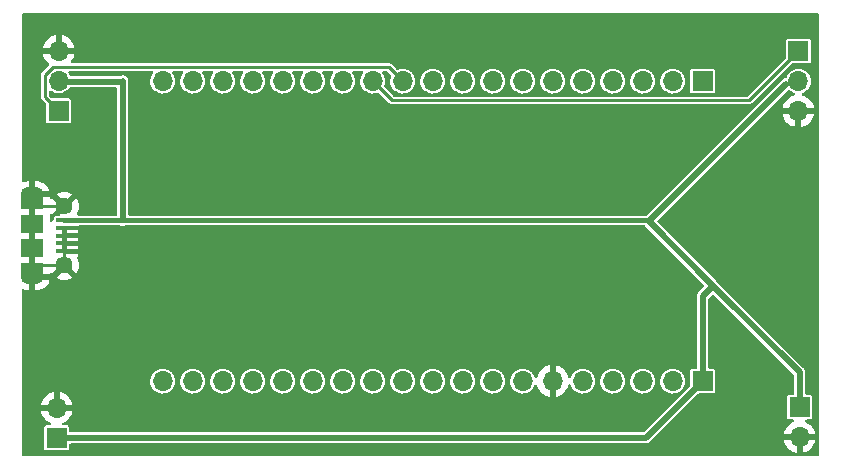
<source format=gtl>
G04 #@! TF.GenerationSoftware,KiCad,Pcbnew,(6.0.7)*
G04 #@! TF.CreationDate,2022-07-30T13:25:09+08:00*
G04 #@! TF.ProjectId,remote-switch,72656d6f-7465-42d7-9377-697463682e6b,rev?*
G04 #@! TF.SameCoordinates,Original*
G04 #@! TF.FileFunction,Copper,L1,Top*
G04 #@! TF.FilePolarity,Positive*
%FSLAX46Y46*%
G04 Gerber Fmt 4.6, Leading zero omitted, Abs format (unit mm)*
G04 Created by KiCad (PCBNEW (6.0.7)) date 2022-07-30 13:25:09*
%MOMM*%
%LPD*%
G01*
G04 APERTURE LIST*
G04 #@! TA.AperFunction,ComponentPad*
%ADD10R,1.700000X1.700000*%
G04 #@! TD*
G04 #@! TA.AperFunction,ComponentPad*
%ADD11O,1.700000X1.700000*%
G04 #@! TD*
G04 #@! TA.AperFunction,SMDPad,CuDef*
%ADD12R,1.350000X0.400000*%
G04 #@! TD*
G04 #@! TA.AperFunction,ComponentPad*
%ADD13C,1.450000*%
G04 #@! TD*
G04 #@! TA.AperFunction,SMDPad,CuDef*
%ADD14R,1.900000X1.500000*%
G04 #@! TD*
G04 #@! TA.AperFunction,SMDPad,CuDef*
%ADD15R,1.900000X1.200000*%
G04 #@! TD*
G04 #@! TA.AperFunction,ComponentPad*
%ADD16O,1.900000X1.200000*%
G04 #@! TD*
G04 #@! TA.AperFunction,Conductor*
%ADD17C,0.550000*%
G04 #@! TD*
G04 #@! TA.AperFunction,Conductor*
%ADD18C,0.250000*%
G04 #@! TD*
G04 #@! TA.AperFunction,Conductor*
%ADD19C,0.400000*%
G04 #@! TD*
G04 APERTURE END LIST*
D10*
X155300000Y-112460000D03*
D11*
X155300000Y-115000000D03*
X155300000Y-117540000D03*
D10*
X147200000Y-115000000D03*
D11*
X144660000Y-115000000D03*
X142120000Y-115000000D03*
X139580000Y-115000000D03*
X137040000Y-115000000D03*
X134500000Y-115000000D03*
X131960000Y-115000000D03*
X129420000Y-115000000D03*
X126880000Y-115000000D03*
X124340000Y-115000000D03*
X121800000Y-115000000D03*
X119260000Y-115000000D03*
X116720000Y-115000000D03*
X114180000Y-115000000D03*
X111640000Y-115000000D03*
X109100000Y-115000000D03*
X106560000Y-115000000D03*
X104020000Y-115000000D03*
X101480000Y-115000000D03*
D10*
X92500000Y-145200000D03*
D11*
X92500000Y-142660000D03*
D12*
X93152500Y-126800000D03*
X93152500Y-127450000D03*
X93152500Y-128100000D03*
X93152500Y-128750000D03*
X93152500Y-129400000D03*
D13*
X93152500Y-130600000D03*
D14*
X90452500Y-127100000D03*
D15*
X90452500Y-131000000D03*
D16*
X90452500Y-131600000D03*
X90452500Y-124600000D03*
D13*
X93152500Y-125600000D03*
D14*
X90452500Y-129100000D03*
D15*
X90452500Y-125200000D03*
D10*
X155400000Y-142600000D03*
D11*
X155400000Y-145140000D03*
D10*
X147200000Y-140400000D03*
D11*
X144660000Y-140400000D03*
X142120000Y-140400000D03*
X139580000Y-140400000D03*
X137040000Y-140400000D03*
X134500000Y-140400000D03*
X131960000Y-140400000D03*
X129420000Y-140400000D03*
X126880000Y-140400000D03*
X124340000Y-140400000D03*
X121800000Y-140400000D03*
X119260000Y-140400000D03*
X116720000Y-140400000D03*
X114180000Y-140400000D03*
X111640000Y-140400000D03*
X109100000Y-140400000D03*
X106560000Y-140400000D03*
X104020000Y-140400000D03*
X101480000Y-140400000D03*
D10*
X92675000Y-117525000D03*
D11*
X92675000Y-114985000D03*
X92675000Y-112445000D03*
D17*
X148070000Y-132330000D02*
X147200000Y-133200000D01*
X155400000Y-139660000D02*
X155400000Y-142600000D01*
X142620000Y-126880000D02*
X154250000Y-115250000D01*
X98060000Y-115040000D02*
X92775000Y-115040000D01*
D18*
X154250000Y-115250000D02*
X155050000Y-115250000D01*
D19*
X97950000Y-126800000D02*
X93152500Y-126800000D01*
D17*
X142400000Y-145200000D02*
X147200000Y-140400000D01*
D18*
X155050000Y-115250000D02*
X155300000Y-115000000D01*
D19*
X142620000Y-126800000D02*
X97950000Y-126800000D01*
D18*
X98100000Y-115000000D02*
X98060000Y-115040000D01*
D17*
X148070000Y-132330000D02*
X155400000Y-139660000D01*
X92500000Y-145200000D02*
X142400000Y-145200000D01*
X147200000Y-133200000D02*
X147200000Y-140400000D01*
X142620000Y-126880000D02*
X148070000Y-132330000D01*
X98100000Y-126800000D02*
X98100000Y-115000000D01*
D18*
X90452500Y-125200000D02*
X90452500Y-131000000D01*
X93152500Y-130600000D02*
X90852500Y-130600000D01*
X90852500Y-125600000D02*
X90452500Y-125200000D01*
X90852500Y-130600000D02*
X90452500Y-131000000D01*
X93152500Y-127450000D02*
X93152500Y-130600000D01*
X93152500Y-125600000D02*
X90852500Y-125600000D01*
X92675000Y-117525000D02*
X91500000Y-116350000D01*
X91500000Y-114498299D02*
X92188299Y-113810000D01*
X92188299Y-113810000D02*
X120610000Y-113810000D01*
X91500000Y-116350000D02*
X91500000Y-114498299D01*
X120610000Y-113810000D02*
X121800000Y-115000000D01*
X120896443Y-116636443D02*
X119260000Y-115000000D01*
X155300000Y-112460000D02*
X151123557Y-116636443D01*
X151123557Y-116636443D02*
X120896443Y-116636443D01*
G04 #@! TA.AperFunction,Conductor*
G36*
X156948025Y-109245502D02*
G01*
X156959838Y-109254101D01*
X156997514Y-109285021D01*
X157014979Y-109302486D01*
X157045899Y-109340162D01*
X157073653Y-109405509D01*
X157074500Y-109420096D01*
X157074500Y-146579904D01*
X157054498Y-146648025D01*
X157045899Y-146659838D01*
X157014979Y-146697514D01*
X156997514Y-146714979D01*
X156959838Y-146745899D01*
X156894491Y-146773653D01*
X156879904Y-146774500D01*
X89720096Y-146774500D01*
X89651975Y-146754498D01*
X89640162Y-146745899D01*
X89602486Y-146714979D01*
X89585021Y-146697514D01*
X89554101Y-146659838D01*
X89526347Y-146594491D01*
X89525500Y-146579904D01*
X89525500Y-142394183D01*
X91164389Y-142394183D01*
X91165912Y-142402607D01*
X91178292Y-142406000D01*
X92227885Y-142406000D01*
X92243124Y-142401525D01*
X92244329Y-142400135D01*
X92246000Y-142392452D01*
X92246000Y-142387885D01*
X92754000Y-142387885D01*
X92758475Y-142403124D01*
X92759865Y-142404329D01*
X92767548Y-142406000D01*
X93818344Y-142406000D01*
X93831875Y-142402027D01*
X93833180Y-142392947D01*
X93791214Y-142225875D01*
X93787894Y-142216124D01*
X93702972Y-142020814D01*
X93698105Y-142011739D01*
X93582426Y-141832926D01*
X93576136Y-141824757D01*
X93432806Y-141667240D01*
X93425273Y-141660215D01*
X93258139Y-141528222D01*
X93249552Y-141522517D01*
X93063117Y-141419599D01*
X93053705Y-141415369D01*
X92852959Y-141344280D01*
X92842988Y-141341646D01*
X92771837Y-141328972D01*
X92758540Y-141330432D01*
X92754000Y-141344989D01*
X92754000Y-142387885D01*
X92246000Y-142387885D01*
X92246000Y-141343102D01*
X92242082Y-141329758D01*
X92227806Y-141327771D01*
X92189324Y-141333660D01*
X92179288Y-141336051D01*
X91976868Y-141402212D01*
X91967359Y-141406209D01*
X91778463Y-141504542D01*
X91769738Y-141510036D01*
X91599433Y-141637905D01*
X91591726Y-141644748D01*
X91444590Y-141798717D01*
X91438104Y-141806727D01*
X91318098Y-141982649D01*
X91313000Y-141991623D01*
X91223338Y-142184783D01*
X91219775Y-142194470D01*
X91164389Y-142394183D01*
X89525500Y-142394183D01*
X89525500Y-140385262D01*
X100424520Y-140385262D01*
X100441759Y-140590553D01*
X100443458Y-140596478D01*
X100495521Y-140778042D01*
X100498544Y-140788586D01*
X100501359Y-140794063D01*
X100501360Y-140794066D01*
X100589897Y-140966341D01*
X100592712Y-140971818D01*
X100720677Y-141133270D01*
X100725370Y-141137264D01*
X100725371Y-141137265D01*
X100799541Y-141200388D01*
X100877564Y-141266791D01*
X100882942Y-141269797D01*
X100882944Y-141269798D01*
X100913387Y-141286812D01*
X101057398Y-141367297D01*
X101141280Y-141394552D01*
X101247471Y-141429056D01*
X101247475Y-141429057D01*
X101253329Y-141430959D01*
X101457894Y-141455351D01*
X101464029Y-141454879D01*
X101464031Y-141454879D01*
X101536625Y-141449293D01*
X101663300Y-141439546D01*
X101669230Y-141437890D01*
X101669232Y-141437890D01*
X101855797Y-141385800D01*
X101855796Y-141385800D01*
X101861725Y-141384145D01*
X101867214Y-141381372D01*
X101867220Y-141381370D01*
X102040116Y-141294033D01*
X102045610Y-141291258D01*
X102061345Y-141278965D01*
X102203101Y-141168213D01*
X102207951Y-141164424D01*
X102265992Y-141097183D01*
X102338540Y-141013134D01*
X102338540Y-141013133D01*
X102342564Y-141008472D01*
X102363387Y-140971818D01*
X102381056Y-140940714D01*
X102444323Y-140829344D01*
X102509351Y-140633863D01*
X102535171Y-140429474D01*
X102535583Y-140400000D01*
X102534138Y-140385262D01*
X102964520Y-140385262D01*
X102981759Y-140590553D01*
X102983458Y-140596478D01*
X103035521Y-140778042D01*
X103038544Y-140788586D01*
X103041359Y-140794063D01*
X103041360Y-140794066D01*
X103129897Y-140966341D01*
X103132712Y-140971818D01*
X103260677Y-141133270D01*
X103265370Y-141137264D01*
X103265371Y-141137265D01*
X103339541Y-141200388D01*
X103417564Y-141266791D01*
X103422942Y-141269797D01*
X103422944Y-141269798D01*
X103453387Y-141286812D01*
X103597398Y-141367297D01*
X103681280Y-141394552D01*
X103787471Y-141429056D01*
X103787475Y-141429057D01*
X103793329Y-141430959D01*
X103997894Y-141455351D01*
X104004029Y-141454879D01*
X104004031Y-141454879D01*
X104076625Y-141449293D01*
X104203300Y-141439546D01*
X104209230Y-141437890D01*
X104209232Y-141437890D01*
X104395797Y-141385800D01*
X104395796Y-141385800D01*
X104401725Y-141384145D01*
X104407214Y-141381372D01*
X104407220Y-141381370D01*
X104580116Y-141294033D01*
X104585610Y-141291258D01*
X104601345Y-141278965D01*
X104743101Y-141168213D01*
X104747951Y-141164424D01*
X104805992Y-141097183D01*
X104878540Y-141013134D01*
X104878540Y-141013133D01*
X104882564Y-141008472D01*
X104903387Y-140971818D01*
X104921056Y-140940714D01*
X104984323Y-140829344D01*
X105049351Y-140633863D01*
X105075171Y-140429474D01*
X105075583Y-140400000D01*
X105074138Y-140385262D01*
X105504520Y-140385262D01*
X105521759Y-140590553D01*
X105523458Y-140596478D01*
X105575521Y-140778042D01*
X105578544Y-140788586D01*
X105581359Y-140794063D01*
X105581360Y-140794066D01*
X105669897Y-140966341D01*
X105672712Y-140971818D01*
X105800677Y-141133270D01*
X105805370Y-141137264D01*
X105805371Y-141137265D01*
X105879541Y-141200388D01*
X105957564Y-141266791D01*
X105962942Y-141269797D01*
X105962944Y-141269798D01*
X105993387Y-141286812D01*
X106137398Y-141367297D01*
X106221280Y-141394552D01*
X106327471Y-141429056D01*
X106327475Y-141429057D01*
X106333329Y-141430959D01*
X106537894Y-141455351D01*
X106544029Y-141454879D01*
X106544031Y-141454879D01*
X106616625Y-141449293D01*
X106743300Y-141439546D01*
X106749230Y-141437890D01*
X106749232Y-141437890D01*
X106935797Y-141385800D01*
X106935796Y-141385800D01*
X106941725Y-141384145D01*
X106947214Y-141381372D01*
X106947220Y-141381370D01*
X107120116Y-141294033D01*
X107125610Y-141291258D01*
X107141345Y-141278965D01*
X107283101Y-141168213D01*
X107287951Y-141164424D01*
X107345992Y-141097183D01*
X107418540Y-141013134D01*
X107418540Y-141013133D01*
X107422564Y-141008472D01*
X107443387Y-140971818D01*
X107461056Y-140940714D01*
X107524323Y-140829344D01*
X107589351Y-140633863D01*
X107615171Y-140429474D01*
X107615583Y-140400000D01*
X107614138Y-140385262D01*
X108044520Y-140385262D01*
X108061759Y-140590553D01*
X108063458Y-140596478D01*
X108115521Y-140778042D01*
X108118544Y-140788586D01*
X108121359Y-140794063D01*
X108121360Y-140794066D01*
X108209897Y-140966341D01*
X108212712Y-140971818D01*
X108340677Y-141133270D01*
X108345370Y-141137264D01*
X108345371Y-141137265D01*
X108419541Y-141200388D01*
X108497564Y-141266791D01*
X108502942Y-141269797D01*
X108502944Y-141269798D01*
X108533387Y-141286812D01*
X108677398Y-141367297D01*
X108761280Y-141394552D01*
X108867471Y-141429056D01*
X108867475Y-141429057D01*
X108873329Y-141430959D01*
X109077894Y-141455351D01*
X109084029Y-141454879D01*
X109084031Y-141454879D01*
X109156625Y-141449293D01*
X109283300Y-141439546D01*
X109289230Y-141437890D01*
X109289232Y-141437890D01*
X109475797Y-141385800D01*
X109475796Y-141385800D01*
X109481725Y-141384145D01*
X109487214Y-141381372D01*
X109487220Y-141381370D01*
X109660116Y-141294033D01*
X109665610Y-141291258D01*
X109681345Y-141278965D01*
X109823101Y-141168213D01*
X109827951Y-141164424D01*
X109885992Y-141097183D01*
X109958540Y-141013134D01*
X109958540Y-141013133D01*
X109962564Y-141008472D01*
X109983387Y-140971818D01*
X110001056Y-140940714D01*
X110064323Y-140829344D01*
X110129351Y-140633863D01*
X110155171Y-140429474D01*
X110155583Y-140400000D01*
X110154138Y-140385262D01*
X110584520Y-140385262D01*
X110601759Y-140590553D01*
X110603458Y-140596478D01*
X110655521Y-140778042D01*
X110658544Y-140788586D01*
X110661359Y-140794063D01*
X110661360Y-140794066D01*
X110749897Y-140966341D01*
X110752712Y-140971818D01*
X110880677Y-141133270D01*
X110885370Y-141137264D01*
X110885371Y-141137265D01*
X110959541Y-141200388D01*
X111037564Y-141266791D01*
X111042942Y-141269797D01*
X111042944Y-141269798D01*
X111073387Y-141286812D01*
X111217398Y-141367297D01*
X111301280Y-141394552D01*
X111407471Y-141429056D01*
X111407475Y-141429057D01*
X111413329Y-141430959D01*
X111617894Y-141455351D01*
X111624029Y-141454879D01*
X111624031Y-141454879D01*
X111696625Y-141449293D01*
X111823300Y-141439546D01*
X111829230Y-141437890D01*
X111829232Y-141437890D01*
X112015797Y-141385800D01*
X112015796Y-141385800D01*
X112021725Y-141384145D01*
X112027214Y-141381372D01*
X112027220Y-141381370D01*
X112200116Y-141294033D01*
X112205610Y-141291258D01*
X112221345Y-141278965D01*
X112363101Y-141168213D01*
X112367951Y-141164424D01*
X112425992Y-141097183D01*
X112498540Y-141013134D01*
X112498540Y-141013133D01*
X112502564Y-141008472D01*
X112523387Y-140971818D01*
X112541056Y-140940714D01*
X112604323Y-140829344D01*
X112669351Y-140633863D01*
X112695171Y-140429474D01*
X112695583Y-140400000D01*
X112694138Y-140385262D01*
X113124520Y-140385262D01*
X113141759Y-140590553D01*
X113143458Y-140596478D01*
X113195521Y-140778042D01*
X113198544Y-140788586D01*
X113201359Y-140794063D01*
X113201360Y-140794066D01*
X113289897Y-140966341D01*
X113292712Y-140971818D01*
X113420677Y-141133270D01*
X113425370Y-141137264D01*
X113425371Y-141137265D01*
X113499541Y-141200388D01*
X113577564Y-141266791D01*
X113582942Y-141269797D01*
X113582944Y-141269798D01*
X113613387Y-141286812D01*
X113757398Y-141367297D01*
X113841280Y-141394552D01*
X113947471Y-141429056D01*
X113947475Y-141429057D01*
X113953329Y-141430959D01*
X114157894Y-141455351D01*
X114164029Y-141454879D01*
X114164031Y-141454879D01*
X114236625Y-141449293D01*
X114363300Y-141439546D01*
X114369230Y-141437890D01*
X114369232Y-141437890D01*
X114555797Y-141385800D01*
X114555796Y-141385800D01*
X114561725Y-141384145D01*
X114567214Y-141381372D01*
X114567220Y-141381370D01*
X114740116Y-141294033D01*
X114745610Y-141291258D01*
X114761345Y-141278965D01*
X114903101Y-141168213D01*
X114907951Y-141164424D01*
X114965992Y-141097183D01*
X115038540Y-141013134D01*
X115038540Y-141013133D01*
X115042564Y-141008472D01*
X115063387Y-140971818D01*
X115081056Y-140940714D01*
X115144323Y-140829344D01*
X115209351Y-140633863D01*
X115235171Y-140429474D01*
X115235583Y-140400000D01*
X115234138Y-140385262D01*
X115664520Y-140385262D01*
X115681759Y-140590553D01*
X115683458Y-140596478D01*
X115735521Y-140778042D01*
X115738544Y-140788586D01*
X115741359Y-140794063D01*
X115741360Y-140794066D01*
X115829897Y-140966341D01*
X115832712Y-140971818D01*
X115960677Y-141133270D01*
X115965370Y-141137264D01*
X115965371Y-141137265D01*
X116039541Y-141200388D01*
X116117564Y-141266791D01*
X116122942Y-141269797D01*
X116122944Y-141269798D01*
X116153387Y-141286812D01*
X116297398Y-141367297D01*
X116381280Y-141394552D01*
X116487471Y-141429056D01*
X116487475Y-141429057D01*
X116493329Y-141430959D01*
X116697894Y-141455351D01*
X116704029Y-141454879D01*
X116704031Y-141454879D01*
X116776625Y-141449293D01*
X116903300Y-141439546D01*
X116909230Y-141437890D01*
X116909232Y-141437890D01*
X117095797Y-141385800D01*
X117095796Y-141385800D01*
X117101725Y-141384145D01*
X117107214Y-141381372D01*
X117107220Y-141381370D01*
X117280116Y-141294033D01*
X117285610Y-141291258D01*
X117301345Y-141278965D01*
X117443101Y-141168213D01*
X117447951Y-141164424D01*
X117505992Y-141097183D01*
X117578540Y-141013134D01*
X117578540Y-141013133D01*
X117582564Y-141008472D01*
X117603387Y-140971818D01*
X117621056Y-140940714D01*
X117684323Y-140829344D01*
X117749351Y-140633863D01*
X117775171Y-140429474D01*
X117775583Y-140400000D01*
X117774138Y-140385262D01*
X118204520Y-140385262D01*
X118221759Y-140590553D01*
X118223458Y-140596478D01*
X118275521Y-140778042D01*
X118278544Y-140788586D01*
X118281359Y-140794063D01*
X118281360Y-140794066D01*
X118369897Y-140966341D01*
X118372712Y-140971818D01*
X118500677Y-141133270D01*
X118505370Y-141137264D01*
X118505371Y-141137265D01*
X118579541Y-141200388D01*
X118657564Y-141266791D01*
X118662942Y-141269797D01*
X118662944Y-141269798D01*
X118693387Y-141286812D01*
X118837398Y-141367297D01*
X118921280Y-141394552D01*
X119027471Y-141429056D01*
X119027475Y-141429057D01*
X119033329Y-141430959D01*
X119237894Y-141455351D01*
X119244029Y-141454879D01*
X119244031Y-141454879D01*
X119316625Y-141449293D01*
X119443300Y-141439546D01*
X119449230Y-141437890D01*
X119449232Y-141437890D01*
X119635797Y-141385800D01*
X119635796Y-141385800D01*
X119641725Y-141384145D01*
X119647214Y-141381372D01*
X119647220Y-141381370D01*
X119820116Y-141294033D01*
X119825610Y-141291258D01*
X119841345Y-141278965D01*
X119983101Y-141168213D01*
X119987951Y-141164424D01*
X120045992Y-141097183D01*
X120118540Y-141013134D01*
X120118540Y-141013133D01*
X120122564Y-141008472D01*
X120143387Y-140971818D01*
X120161056Y-140940714D01*
X120224323Y-140829344D01*
X120289351Y-140633863D01*
X120315171Y-140429474D01*
X120315583Y-140400000D01*
X120314138Y-140385262D01*
X120744520Y-140385262D01*
X120761759Y-140590553D01*
X120763458Y-140596478D01*
X120815521Y-140778042D01*
X120818544Y-140788586D01*
X120821359Y-140794063D01*
X120821360Y-140794066D01*
X120909897Y-140966341D01*
X120912712Y-140971818D01*
X121040677Y-141133270D01*
X121045370Y-141137264D01*
X121045371Y-141137265D01*
X121119541Y-141200388D01*
X121197564Y-141266791D01*
X121202942Y-141269797D01*
X121202944Y-141269798D01*
X121233387Y-141286812D01*
X121377398Y-141367297D01*
X121461280Y-141394552D01*
X121567471Y-141429056D01*
X121567475Y-141429057D01*
X121573329Y-141430959D01*
X121777894Y-141455351D01*
X121784029Y-141454879D01*
X121784031Y-141454879D01*
X121856625Y-141449293D01*
X121983300Y-141439546D01*
X121989230Y-141437890D01*
X121989232Y-141437890D01*
X122175797Y-141385800D01*
X122175796Y-141385800D01*
X122181725Y-141384145D01*
X122187214Y-141381372D01*
X122187220Y-141381370D01*
X122360116Y-141294033D01*
X122365610Y-141291258D01*
X122381345Y-141278965D01*
X122523101Y-141168213D01*
X122527951Y-141164424D01*
X122585992Y-141097183D01*
X122658540Y-141013134D01*
X122658540Y-141013133D01*
X122662564Y-141008472D01*
X122683387Y-140971818D01*
X122701056Y-140940714D01*
X122764323Y-140829344D01*
X122829351Y-140633863D01*
X122855171Y-140429474D01*
X122855583Y-140400000D01*
X122854138Y-140385262D01*
X123284520Y-140385262D01*
X123301759Y-140590553D01*
X123303458Y-140596478D01*
X123355521Y-140778042D01*
X123358544Y-140788586D01*
X123361359Y-140794063D01*
X123361360Y-140794066D01*
X123449897Y-140966341D01*
X123452712Y-140971818D01*
X123580677Y-141133270D01*
X123585370Y-141137264D01*
X123585371Y-141137265D01*
X123659541Y-141200388D01*
X123737564Y-141266791D01*
X123742942Y-141269797D01*
X123742944Y-141269798D01*
X123773387Y-141286812D01*
X123917398Y-141367297D01*
X124001280Y-141394552D01*
X124107471Y-141429056D01*
X124107475Y-141429057D01*
X124113329Y-141430959D01*
X124317894Y-141455351D01*
X124324029Y-141454879D01*
X124324031Y-141454879D01*
X124396625Y-141449293D01*
X124523300Y-141439546D01*
X124529230Y-141437890D01*
X124529232Y-141437890D01*
X124715797Y-141385800D01*
X124715796Y-141385800D01*
X124721725Y-141384145D01*
X124727214Y-141381372D01*
X124727220Y-141381370D01*
X124900116Y-141294033D01*
X124905610Y-141291258D01*
X124921345Y-141278965D01*
X125063101Y-141168213D01*
X125067951Y-141164424D01*
X125125992Y-141097183D01*
X125198540Y-141013134D01*
X125198540Y-141013133D01*
X125202564Y-141008472D01*
X125223387Y-140971818D01*
X125241056Y-140940714D01*
X125304323Y-140829344D01*
X125369351Y-140633863D01*
X125395171Y-140429474D01*
X125395583Y-140400000D01*
X125394138Y-140385262D01*
X125824520Y-140385262D01*
X125841759Y-140590553D01*
X125843458Y-140596478D01*
X125895521Y-140778042D01*
X125898544Y-140788586D01*
X125901359Y-140794063D01*
X125901360Y-140794066D01*
X125989897Y-140966341D01*
X125992712Y-140971818D01*
X126120677Y-141133270D01*
X126125370Y-141137264D01*
X126125371Y-141137265D01*
X126199541Y-141200388D01*
X126277564Y-141266791D01*
X126282942Y-141269797D01*
X126282944Y-141269798D01*
X126313387Y-141286812D01*
X126457398Y-141367297D01*
X126541280Y-141394552D01*
X126647471Y-141429056D01*
X126647475Y-141429057D01*
X126653329Y-141430959D01*
X126857894Y-141455351D01*
X126864029Y-141454879D01*
X126864031Y-141454879D01*
X126936625Y-141449293D01*
X127063300Y-141439546D01*
X127069230Y-141437890D01*
X127069232Y-141437890D01*
X127255797Y-141385800D01*
X127255796Y-141385800D01*
X127261725Y-141384145D01*
X127267214Y-141381372D01*
X127267220Y-141381370D01*
X127440116Y-141294033D01*
X127445610Y-141291258D01*
X127461345Y-141278965D01*
X127603101Y-141168213D01*
X127607951Y-141164424D01*
X127665992Y-141097183D01*
X127738540Y-141013134D01*
X127738540Y-141013133D01*
X127742564Y-141008472D01*
X127763387Y-140971818D01*
X127781056Y-140940714D01*
X127844323Y-140829344D01*
X127909351Y-140633863D01*
X127935171Y-140429474D01*
X127935583Y-140400000D01*
X127934138Y-140385262D01*
X128364520Y-140385262D01*
X128381759Y-140590553D01*
X128383458Y-140596478D01*
X128435521Y-140778042D01*
X128438544Y-140788586D01*
X128441359Y-140794063D01*
X128441360Y-140794066D01*
X128529897Y-140966341D01*
X128532712Y-140971818D01*
X128660677Y-141133270D01*
X128665370Y-141137264D01*
X128665371Y-141137265D01*
X128739541Y-141200388D01*
X128817564Y-141266791D01*
X128822942Y-141269797D01*
X128822944Y-141269798D01*
X128853387Y-141286812D01*
X128997398Y-141367297D01*
X129081280Y-141394552D01*
X129187471Y-141429056D01*
X129187475Y-141429057D01*
X129193329Y-141430959D01*
X129397894Y-141455351D01*
X129404029Y-141454879D01*
X129404031Y-141454879D01*
X129476625Y-141449293D01*
X129603300Y-141439546D01*
X129609230Y-141437890D01*
X129609232Y-141437890D01*
X129795797Y-141385800D01*
X129795796Y-141385800D01*
X129801725Y-141384145D01*
X129807214Y-141381372D01*
X129807220Y-141381370D01*
X129980116Y-141294033D01*
X129985610Y-141291258D01*
X130001345Y-141278965D01*
X130143101Y-141168213D01*
X130147951Y-141164424D01*
X130205992Y-141097183D01*
X130278540Y-141013134D01*
X130278540Y-141013133D01*
X130282564Y-141008472D01*
X130303387Y-140971818D01*
X130321056Y-140940714D01*
X130384323Y-140829344D01*
X130449351Y-140633863D01*
X130475171Y-140429474D01*
X130475583Y-140400000D01*
X130474138Y-140385262D01*
X130904520Y-140385262D01*
X130921759Y-140590553D01*
X130923458Y-140596478D01*
X130975521Y-140778042D01*
X130978544Y-140788586D01*
X130981359Y-140794063D01*
X130981360Y-140794066D01*
X131069897Y-140966341D01*
X131072712Y-140971818D01*
X131200677Y-141133270D01*
X131205370Y-141137264D01*
X131205371Y-141137265D01*
X131279541Y-141200388D01*
X131357564Y-141266791D01*
X131362942Y-141269797D01*
X131362944Y-141269798D01*
X131393387Y-141286812D01*
X131537398Y-141367297D01*
X131621280Y-141394552D01*
X131727471Y-141429056D01*
X131727475Y-141429057D01*
X131733329Y-141430959D01*
X131937894Y-141455351D01*
X131944029Y-141454879D01*
X131944031Y-141454879D01*
X132016625Y-141449293D01*
X132143300Y-141439546D01*
X132149230Y-141437890D01*
X132149232Y-141437890D01*
X132335797Y-141385800D01*
X132335796Y-141385800D01*
X132341725Y-141384145D01*
X132347214Y-141381372D01*
X132347220Y-141381370D01*
X132520116Y-141294033D01*
X132525610Y-141291258D01*
X132541345Y-141278965D01*
X132683101Y-141168213D01*
X132687951Y-141164424D01*
X132745992Y-141097183D01*
X132818540Y-141013134D01*
X132818540Y-141013133D01*
X132822564Y-141008472D01*
X132843387Y-140971818D01*
X132861056Y-140940714D01*
X132924323Y-140829344D01*
X132933271Y-140802444D01*
X132948496Y-140756678D01*
X132988978Y-140698354D01*
X133054566Y-140671175D01*
X133124437Y-140683770D01*
X133176406Y-140732141D01*
X133190971Y-140768751D01*
X133198564Y-140802444D01*
X133201645Y-140812275D01*
X133281770Y-141009603D01*
X133286413Y-141018794D01*
X133397694Y-141200388D01*
X133403777Y-141208699D01*
X133543213Y-141369667D01*
X133550580Y-141376883D01*
X133714434Y-141512916D01*
X133722881Y-141518831D01*
X133906756Y-141626279D01*
X133916042Y-141630729D01*
X134115001Y-141706703D01*
X134124899Y-141709579D01*
X134228250Y-141730606D01*
X134242299Y-141729410D01*
X134246000Y-141719065D01*
X134246000Y-141718517D01*
X134754000Y-141718517D01*
X134758064Y-141732359D01*
X134771478Y-141734393D01*
X134778184Y-141733534D01*
X134788262Y-141731392D01*
X134992255Y-141670191D01*
X135001842Y-141666433D01*
X135193095Y-141572739D01*
X135201945Y-141567464D01*
X135375328Y-141443792D01*
X135383200Y-141437139D01*
X135534052Y-141286812D01*
X135540730Y-141278965D01*
X135665003Y-141106020D01*
X135670313Y-141097183D01*
X135764670Y-140906267D01*
X135768469Y-140896672D01*
X135809593Y-140761319D01*
X135848534Y-140701955D01*
X135913388Y-140673068D01*
X135983564Y-140683830D01*
X136036782Y-140730823D01*
X136051270Y-140763218D01*
X136055521Y-140778042D01*
X136058544Y-140788586D01*
X136061359Y-140794063D01*
X136061360Y-140794066D01*
X136149897Y-140966341D01*
X136152712Y-140971818D01*
X136280677Y-141133270D01*
X136285370Y-141137264D01*
X136285371Y-141137265D01*
X136359541Y-141200388D01*
X136437564Y-141266791D01*
X136442942Y-141269797D01*
X136442944Y-141269798D01*
X136473387Y-141286812D01*
X136617398Y-141367297D01*
X136701280Y-141394552D01*
X136807471Y-141429056D01*
X136807475Y-141429057D01*
X136813329Y-141430959D01*
X137017894Y-141455351D01*
X137024029Y-141454879D01*
X137024031Y-141454879D01*
X137096625Y-141449293D01*
X137223300Y-141439546D01*
X137229230Y-141437890D01*
X137229232Y-141437890D01*
X137415797Y-141385800D01*
X137415796Y-141385800D01*
X137421725Y-141384145D01*
X137427214Y-141381372D01*
X137427220Y-141381370D01*
X137600116Y-141294033D01*
X137605610Y-141291258D01*
X137621345Y-141278965D01*
X137763101Y-141168213D01*
X137767951Y-141164424D01*
X137825992Y-141097183D01*
X137898540Y-141013134D01*
X137898540Y-141013133D01*
X137902564Y-141008472D01*
X137923387Y-140971818D01*
X137941056Y-140940714D01*
X138004323Y-140829344D01*
X138069351Y-140633863D01*
X138095171Y-140429474D01*
X138095583Y-140400000D01*
X138094138Y-140385262D01*
X138524520Y-140385262D01*
X138541759Y-140590553D01*
X138543458Y-140596478D01*
X138595521Y-140778042D01*
X138598544Y-140788586D01*
X138601359Y-140794063D01*
X138601360Y-140794066D01*
X138689897Y-140966341D01*
X138692712Y-140971818D01*
X138820677Y-141133270D01*
X138825370Y-141137264D01*
X138825371Y-141137265D01*
X138899541Y-141200388D01*
X138977564Y-141266791D01*
X138982942Y-141269797D01*
X138982944Y-141269798D01*
X139013387Y-141286812D01*
X139157398Y-141367297D01*
X139241280Y-141394552D01*
X139347471Y-141429056D01*
X139347475Y-141429057D01*
X139353329Y-141430959D01*
X139557894Y-141455351D01*
X139564029Y-141454879D01*
X139564031Y-141454879D01*
X139636625Y-141449293D01*
X139763300Y-141439546D01*
X139769230Y-141437890D01*
X139769232Y-141437890D01*
X139955797Y-141385800D01*
X139955796Y-141385800D01*
X139961725Y-141384145D01*
X139967214Y-141381372D01*
X139967220Y-141381370D01*
X140140116Y-141294033D01*
X140145610Y-141291258D01*
X140161345Y-141278965D01*
X140303101Y-141168213D01*
X140307951Y-141164424D01*
X140365992Y-141097183D01*
X140438540Y-141013134D01*
X140438540Y-141013133D01*
X140442564Y-141008472D01*
X140463387Y-140971818D01*
X140481056Y-140940714D01*
X140544323Y-140829344D01*
X140609351Y-140633863D01*
X140635171Y-140429474D01*
X140635583Y-140400000D01*
X140634138Y-140385262D01*
X141064520Y-140385262D01*
X141081759Y-140590553D01*
X141083458Y-140596478D01*
X141135521Y-140778042D01*
X141138544Y-140788586D01*
X141141359Y-140794063D01*
X141141360Y-140794066D01*
X141229897Y-140966341D01*
X141232712Y-140971818D01*
X141360677Y-141133270D01*
X141365370Y-141137264D01*
X141365371Y-141137265D01*
X141439541Y-141200388D01*
X141517564Y-141266791D01*
X141522942Y-141269797D01*
X141522944Y-141269798D01*
X141553387Y-141286812D01*
X141697398Y-141367297D01*
X141781280Y-141394552D01*
X141887471Y-141429056D01*
X141887475Y-141429057D01*
X141893329Y-141430959D01*
X142097894Y-141455351D01*
X142104029Y-141454879D01*
X142104031Y-141454879D01*
X142176625Y-141449293D01*
X142303300Y-141439546D01*
X142309230Y-141437890D01*
X142309232Y-141437890D01*
X142495797Y-141385800D01*
X142495796Y-141385800D01*
X142501725Y-141384145D01*
X142507214Y-141381372D01*
X142507220Y-141381370D01*
X142680116Y-141294033D01*
X142685610Y-141291258D01*
X142701345Y-141278965D01*
X142843101Y-141168213D01*
X142847951Y-141164424D01*
X142905992Y-141097183D01*
X142978540Y-141013134D01*
X142978540Y-141013133D01*
X142982564Y-141008472D01*
X143003387Y-140971818D01*
X143021056Y-140940714D01*
X143084323Y-140829344D01*
X143149351Y-140633863D01*
X143175171Y-140429474D01*
X143175583Y-140400000D01*
X143174138Y-140385262D01*
X143604520Y-140385262D01*
X143621759Y-140590553D01*
X143623458Y-140596478D01*
X143675521Y-140778042D01*
X143678544Y-140788586D01*
X143681359Y-140794063D01*
X143681360Y-140794066D01*
X143769897Y-140966341D01*
X143772712Y-140971818D01*
X143900677Y-141133270D01*
X143905370Y-141137264D01*
X143905371Y-141137265D01*
X143979541Y-141200388D01*
X144057564Y-141266791D01*
X144062942Y-141269797D01*
X144062944Y-141269798D01*
X144093387Y-141286812D01*
X144237398Y-141367297D01*
X144321280Y-141394552D01*
X144427471Y-141429056D01*
X144427475Y-141429057D01*
X144433329Y-141430959D01*
X144637894Y-141455351D01*
X144644029Y-141454879D01*
X144644031Y-141454879D01*
X144716625Y-141449293D01*
X144843300Y-141439546D01*
X144849230Y-141437890D01*
X144849232Y-141437890D01*
X145035797Y-141385800D01*
X145035796Y-141385800D01*
X145041725Y-141384145D01*
X145047214Y-141381372D01*
X145047220Y-141381370D01*
X145220116Y-141294033D01*
X145225610Y-141291258D01*
X145241345Y-141278965D01*
X145383101Y-141168213D01*
X145387951Y-141164424D01*
X145445992Y-141097183D01*
X145518540Y-141013134D01*
X145518540Y-141013133D01*
X145522564Y-141008472D01*
X145543387Y-140971818D01*
X145561056Y-140940714D01*
X145624323Y-140829344D01*
X145689351Y-140633863D01*
X145715171Y-140429474D01*
X145715583Y-140400000D01*
X145695480Y-140194970D01*
X145635935Y-139997749D01*
X145539218Y-139815849D01*
X145455578Y-139713296D01*
X145412906Y-139660975D01*
X145412903Y-139660972D01*
X145409011Y-139656200D01*
X145377753Y-139630341D01*
X145255025Y-139528811D01*
X145255021Y-139528809D01*
X145250275Y-139524882D01*
X145069055Y-139426897D01*
X144872254Y-139365977D01*
X144866129Y-139365333D01*
X144866128Y-139365333D01*
X144673498Y-139345087D01*
X144673496Y-139345087D01*
X144667369Y-139344443D01*
X144580529Y-139352346D01*
X144468342Y-139362555D01*
X144468339Y-139362556D01*
X144462203Y-139363114D01*
X144264572Y-139421280D01*
X144082002Y-139516726D01*
X144077201Y-139520586D01*
X144077198Y-139520588D01*
X143951792Y-139621417D01*
X143921447Y-139645815D01*
X143789024Y-139803630D01*
X143786056Y-139809028D01*
X143786053Y-139809033D01*
X143745739Y-139882365D01*
X143689776Y-139984162D01*
X143627484Y-140180532D01*
X143626798Y-140186649D01*
X143626797Y-140186653D01*
X143605207Y-140379137D01*
X143604520Y-140385262D01*
X143174138Y-140385262D01*
X143155480Y-140194970D01*
X143095935Y-139997749D01*
X142999218Y-139815849D01*
X142915578Y-139713296D01*
X142872906Y-139660975D01*
X142872903Y-139660972D01*
X142869011Y-139656200D01*
X142837753Y-139630341D01*
X142715025Y-139528811D01*
X142715021Y-139528809D01*
X142710275Y-139524882D01*
X142529055Y-139426897D01*
X142332254Y-139365977D01*
X142326129Y-139365333D01*
X142326128Y-139365333D01*
X142133498Y-139345087D01*
X142133496Y-139345087D01*
X142127369Y-139344443D01*
X142040529Y-139352346D01*
X141928342Y-139362555D01*
X141928339Y-139362556D01*
X141922203Y-139363114D01*
X141724572Y-139421280D01*
X141542002Y-139516726D01*
X141537201Y-139520586D01*
X141537198Y-139520588D01*
X141411792Y-139621417D01*
X141381447Y-139645815D01*
X141249024Y-139803630D01*
X141246056Y-139809028D01*
X141246053Y-139809033D01*
X141205739Y-139882365D01*
X141149776Y-139984162D01*
X141087484Y-140180532D01*
X141086798Y-140186649D01*
X141086797Y-140186653D01*
X141065207Y-140379137D01*
X141064520Y-140385262D01*
X140634138Y-140385262D01*
X140615480Y-140194970D01*
X140555935Y-139997749D01*
X140459218Y-139815849D01*
X140375578Y-139713296D01*
X140332906Y-139660975D01*
X140332903Y-139660972D01*
X140329011Y-139656200D01*
X140297753Y-139630341D01*
X140175025Y-139528811D01*
X140175021Y-139528809D01*
X140170275Y-139524882D01*
X139989055Y-139426897D01*
X139792254Y-139365977D01*
X139786129Y-139365333D01*
X139786128Y-139365333D01*
X139593498Y-139345087D01*
X139593496Y-139345087D01*
X139587369Y-139344443D01*
X139500529Y-139352346D01*
X139388342Y-139362555D01*
X139388339Y-139362556D01*
X139382203Y-139363114D01*
X139184572Y-139421280D01*
X139002002Y-139516726D01*
X138997201Y-139520586D01*
X138997198Y-139520588D01*
X138871792Y-139621417D01*
X138841447Y-139645815D01*
X138709024Y-139803630D01*
X138706056Y-139809028D01*
X138706053Y-139809033D01*
X138665739Y-139882365D01*
X138609776Y-139984162D01*
X138547484Y-140180532D01*
X138546798Y-140186649D01*
X138546797Y-140186653D01*
X138525207Y-140379137D01*
X138524520Y-140385262D01*
X138094138Y-140385262D01*
X138075480Y-140194970D01*
X138015935Y-139997749D01*
X137919218Y-139815849D01*
X137835578Y-139713296D01*
X137792906Y-139660975D01*
X137792903Y-139660972D01*
X137789011Y-139656200D01*
X137757753Y-139630341D01*
X137635025Y-139528811D01*
X137635021Y-139528809D01*
X137630275Y-139524882D01*
X137449055Y-139426897D01*
X137252254Y-139365977D01*
X137246129Y-139365333D01*
X137246128Y-139365333D01*
X137053498Y-139345087D01*
X137053496Y-139345087D01*
X137047369Y-139344443D01*
X136960529Y-139352346D01*
X136848342Y-139362555D01*
X136848339Y-139362556D01*
X136842203Y-139363114D01*
X136644572Y-139421280D01*
X136462002Y-139516726D01*
X136457201Y-139520586D01*
X136457198Y-139520588D01*
X136331792Y-139621417D01*
X136301447Y-139645815D01*
X136169024Y-139803630D01*
X136166056Y-139809028D01*
X136166053Y-139809033D01*
X136125739Y-139882365D01*
X136069776Y-139984162D01*
X136067914Y-139990032D01*
X136051068Y-140043138D01*
X136011405Y-140102022D01*
X135946202Y-140130114D01*
X135876163Y-140118497D01*
X135823523Y-140070857D01*
X135808762Y-140035735D01*
X135791214Y-139965875D01*
X135787894Y-139956124D01*
X135702972Y-139760814D01*
X135698105Y-139751739D01*
X135582426Y-139572926D01*
X135576136Y-139564757D01*
X135432806Y-139407240D01*
X135425273Y-139400215D01*
X135258139Y-139268222D01*
X135249552Y-139262517D01*
X135063117Y-139159599D01*
X135053705Y-139155369D01*
X134852959Y-139084280D01*
X134842988Y-139081646D01*
X134771837Y-139068972D01*
X134758540Y-139070432D01*
X134754000Y-139084989D01*
X134754000Y-141718517D01*
X134246000Y-141718517D01*
X134246000Y-139083102D01*
X134242082Y-139069758D01*
X134227806Y-139067771D01*
X134189324Y-139073660D01*
X134179288Y-139076051D01*
X133976868Y-139142212D01*
X133967359Y-139146209D01*
X133778463Y-139244542D01*
X133769738Y-139250036D01*
X133599433Y-139377905D01*
X133591726Y-139384748D01*
X133444590Y-139538717D01*
X133438104Y-139546727D01*
X133318098Y-139722649D01*
X133313000Y-139731623D01*
X133223338Y-139924783D01*
X133219775Y-139934470D01*
X133191012Y-140038185D01*
X133153533Y-140098483D01*
X133089405Y-140128946D01*
X133018986Y-140119903D01*
X132964636Y-140074224D01*
X132948973Y-140040933D01*
X132948143Y-140038185D01*
X132935935Y-139997749D01*
X132839218Y-139815849D01*
X132755578Y-139713296D01*
X132712906Y-139660975D01*
X132712903Y-139660972D01*
X132709011Y-139656200D01*
X132677753Y-139630341D01*
X132555025Y-139528811D01*
X132555021Y-139528809D01*
X132550275Y-139524882D01*
X132369055Y-139426897D01*
X132172254Y-139365977D01*
X132166129Y-139365333D01*
X132166128Y-139365333D01*
X131973498Y-139345087D01*
X131973496Y-139345087D01*
X131967369Y-139344443D01*
X131880529Y-139352346D01*
X131768342Y-139362555D01*
X131768339Y-139362556D01*
X131762203Y-139363114D01*
X131564572Y-139421280D01*
X131382002Y-139516726D01*
X131377201Y-139520586D01*
X131377198Y-139520588D01*
X131251792Y-139621417D01*
X131221447Y-139645815D01*
X131089024Y-139803630D01*
X131086056Y-139809028D01*
X131086053Y-139809033D01*
X131045739Y-139882365D01*
X130989776Y-139984162D01*
X130927484Y-140180532D01*
X130926798Y-140186649D01*
X130926797Y-140186653D01*
X130905207Y-140379137D01*
X130904520Y-140385262D01*
X130474138Y-140385262D01*
X130455480Y-140194970D01*
X130395935Y-139997749D01*
X130299218Y-139815849D01*
X130215578Y-139713296D01*
X130172906Y-139660975D01*
X130172903Y-139660972D01*
X130169011Y-139656200D01*
X130137753Y-139630341D01*
X130015025Y-139528811D01*
X130015021Y-139528809D01*
X130010275Y-139524882D01*
X129829055Y-139426897D01*
X129632254Y-139365977D01*
X129626129Y-139365333D01*
X129626128Y-139365333D01*
X129433498Y-139345087D01*
X129433496Y-139345087D01*
X129427369Y-139344443D01*
X129340529Y-139352346D01*
X129228342Y-139362555D01*
X129228339Y-139362556D01*
X129222203Y-139363114D01*
X129024572Y-139421280D01*
X128842002Y-139516726D01*
X128837201Y-139520586D01*
X128837198Y-139520588D01*
X128711792Y-139621417D01*
X128681447Y-139645815D01*
X128549024Y-139803630D01*
X128546056Y-139809028D01*
X128546053Y-139809033D01*
X128505739Y-139882365D01*
X128449776Y-139984162D01*
X128387484Y-140180532D01*
X128386798Y-140186649D01*
X128386797Y-140186653D01*
X128365207Y-140379137D01*
X128364520Y-140385262D01*
X127934138Y-140385262D01*
X127915480Y-140194970D01*
X127855935Y-139997749D01*
X127759218Y-139815849D01*
X127675578Y-139713296D01*
X127632906Y-139660975D01*
X127632903Y-139660972D01*
X127629011Y-139656200D01*
X127597753Y-139630341D01*
X127475025Y-139528811D01*
X127475021Y-139528809D01*
X127470275Y-139524882D01*
X127289055Y-139426897D01*
X127092254Y-139365977D01*
X127086129Y-139365333D01*
X127086128Y-139365333D01*
X126893498Y-139345087D01*
X126893496Y-139345087D01*
X126887369Y-139344443D01*
X126800529Y-139352346D01*
X126688342Y-139362555D01*
X126688339Y-139362556D01*
X126682203Y-139363114D01*
X126484572Y-139421280D01*
X126302002Y-139516726D01*
X126297201Y-139520586D01*
X126297198Y-139520588D01*
X126171792Y-139621417D01*
X126141447Y-139645815D01*
X126009024Y-139803630D01*
X126006056Y-139809028D01*
X126006053Y-139809033D01*
X125965739Y-139882365D01*
X125909776Y-139984162D01*
X125847484Y-140180532D01*
X125846798Y-140186649D01*
X125846797Y-140186653D01*
X125825207Y-140379137D01*
X125824520Y-140385262D01*
X125394138Y-140385262D01*
X125375480Y-140194970D01*
X125315935Y-139997749D01*
X125219218Y-139815849D01*
X125135578Y-139713296D01*
X125092906Y-139660975D01*
X125092903Y-139660972D01*
X125089011Y-139656200D01*
X125057753Y-139630341D01*
X124935025Y-139528811D01*
X124935021Y-139528809D01*
X124930275Y-139524882D01*
X124749055Y-139426897D01*
X124552254Y-139365977D01*
X124546129Y-139365333D01*
X124546128Y-139365333D01*
X124353498Y-139345087D01*
X124353496Y-139345087D01*
X124347369Y-139344443D01*
X124260529Y-139352346D01*
X124148342Y-139362555D01*
X124148339Y-139362556D01*
X124142203Y-139363114D01*
X123944572Y-139421280D01*
X123762002Y-139516726D01*
X123757201Y-139520586D01*
X123757198Y-139520588D01*
X123631792Y-139621417D01*
X123601447Y-139645815D01*
X123469024Y-139803630D01*
X123466056Y-139809028D01*
X123466053Y-139809033D01*
X123425739Y-139882365D01*
X123369776Y-139984162D01*
X123307484Y-140180532D01*
X123306798Y-140186649D01*
X123306797Y-140186653D01*
X123285207Y-140379137D01*
X123284520Y-140385262D01*
X122854138Y-140385262D01*
X122835480Y-140194970D01*
X122775935Y-139997749D01*
X122679218Y-139815849D01*
X122595578Y-139713296D01*
X122552906Y-139660975D01*
X122552903Y-139660972D01*
X122549011Y-139656200D01*
X122517753Y-139630341D01*
X122395025Y-139528811D01*
X122395021Y-139528809D01*
X122390275Y-139524882D01*
X122209055Y-139426897D01*
X122012254Y-139365977D01*
X122006129Y-139365333D01*
X122006128Y-139365333D01*
X121813498Y-139345087D01*
X121813496Y-139345087D01*
X121807369Y-139344443D01*
X121720529Y-139352346D01*
X121608342Y-139362555D01*
X121608339Y-139362556D01*
X121602203Y-139363114D01*
X121404572Y-139421280D01*
X121222002Y-139516726D01*
X121217201Y-139520586D01*
X121217198Y-139520588D01*
X121091792Y-139621417D01*
X121061447Y-139645815D01*
X120929024Y-139803630D01*
X120926056Y-139809028D01*
X120926053Y-139809033D01*
X120885739Y-139882365D01*
X120829776Y-139984162D01*
X120767484Y-140180532D01*
X120766798Y-140186649D01*
X120766797Y-140186653D01*
X120745207Y-140379137D01*
X120744520Y-140385262D01*
X120314138Y-140385262D01*
X120295480Y-140194970D01*
X120235935Y-139997749D01*
X120139218Y-139815849D01*
X120055578Y-139713296D01*
X120012906Y-139660975D01*
X120012903Y-139660972D01*
X120009011Y-139656200D01*
X119977753Y-139630341D01*
X119855025Y-139528811D01*
X119855021Y-139528809D01*
X119850275Y-139524882D01*
X119669055Y-139426897D01*
X119472254Y-139365977D01*
X119466129Y-139365333D01*
X119466128Y-139365333D01*
X119273498Y-139345087D01*
X119273496Y-139345087D01*
X119267369Y-139344443D01*
X119180529Y-139352346D01*
X119068342Y-139362555D01*
X119068339Y-139362556D01*
X119062203Y-139363114D01*
X118864572Y-139421280D01*
X118682002Y-139516726D01*
X118677201Y-139520586D01*
X118677198Y-139520588D01*
X118551792Y-139621417D01*
X118521447Y-139645815D01*
X118389024Y-139803630D01*
X118386056Y-139809028D01*
X118386053Y-139809033D01*
X118345739Y-139882365D01*
X118289776Y-139984162D01*
X118227484Y-140180532D01*
X118226798Y-140186649D01*
X118226797Y-140186653D01*
X118205207Y-140379137D01*
X118204520Y-140385262D01*
X117774138Y-140385262D01*
X117755480Y-140194970D01*
X117695935Y-139997749D01*
X117599218Y-139815849D01*
X117515578Y-139713296D01*
X117472906Y-139660975D01*
X117472903Y-139660972D01*
X117469011Y-139656200D01*
X117437753Y-139630341D01*
X117315025Y-139528811D01*
X117315021Y-139528809D01*
X117310275Y-139524882D01*
X117129055Y-139426897D01*
X116932254Y-139365977D01*
X116926129Y-139365333D01*
X116926128Y-139365333D01*
X116733498Y-139345087D01*
X116733496Y-139345087D01*
X116727369Y-139344443D01*
X116640529Y-139352346D01*
X116528342Y-139362555D01*
X116528339Y-139362556D01*
X116522203Y-139363114D01*
X116324572Y-139421280D01*
X116142002Y-139516726D01*
X116137201Y-139520586D01*
X116137198Y-139520588D01*
X116011792Y-139621417D01*
X115981447Y-139645815D01*
X115849024Y-139803630D01*
X115846056Y-139809028D01*
X115846053Y-139809033D01*
X115805739Y-139882365D01*
X115749776Y-139984162D01*
X115687484Y-140180532D01*
X115686798Y-140186649D01*
X115686797Y-140186653D01*
X115665207Y-140379137D01*
X115664520Y-140385262D01*
X115234138Y-140385262D01*
X115215480Y-140194970D01*
X115155935Y-139997749D01*
X115059218Y-139815849D01*
X114975578Y-139713296D01*
X114932906Y-139660975D01*
X114932903Y-139660972D01*
X114929011Y-139656200D01*
X114897753Y-139630341D01*
X114775025Y-139528811D01*
X114775021Y-139528809D01*
X114770275Y-139524882D01*
X114589055Y-139426897D01*
X114392254Y-139365977D01*
X114386129Y-139365333D01*
X114386128Y-139365333D01*
X114193498Y-139345087D01*
X114193496Y-139345087D01*
X114187369Y-139344443D01*
X114100529Y-139352346D01*
X113988342Y-139362555D01*
X113988339Y-139362556D01*
X113982203Y-139363114D01*
X113784572Y-139421280D01*
X113602002Y-139516726D01*
X113597201Y-139520586D01*
X113597198Y-139520588D01*
X113471792Y-139621417D01*
X113441447Y-139645815D01*
X113309024Y-139803630D01*
X113306056Y-139809028D01*
X113306053Y-139809033D01*
X113265739Y-139882365D01*
X113209776Y-139984162D01*
X113147484Y-140180532D01*
X113146798Y-140186649D01*
X113146797Y-140186653D01*
X113125207Y-140379137D01*
X113124520Y-140385262D01*
X112694138Y-140385262D01*
X112675480Y-140194970D01*
X112615935Y-139997749D01*
X112519218Y-139815849D01*
X112435578Y-139713296D01*
X112392906Y-139660975D01*
X112392903Y-139660972D01*
X112389011Y-139656200D01*
X112357753Y-139630341D01*
X112235025Y-139528811D01*
X112235021Y-139528809D01*
X112230275Y-139524882D01*
X112049055Y-139426897D01*
X111852254Y-139365977D01*
X111846129Y-139365333D01*
X111846128Y-139365333D01*
X111653498Y-139345087D01*
X111653496Y-139345087D01*
X111647369Y-139344443D01*
X111560529Y-139352346D01*
X111448342Y-139362555D01*
X111448339Y-139362556D01*
X111442203Y-139363114D01*
X111244572Y-139421280D01*
X111062002Y-139516726D01*
X111057201Y-139520586D01*
X111057198Y-139520588D01*
X110931792Y-139621417D01*
X110901447Y-139645815D01*
X110769024Y-139803630D01*
X110766056Y-139809028D01*
X110766053Y-139809033D01*
X110725739Y-139882365D01*
X110669776Y-139984162D01*
X110607484Y-140180532D01*
X110606798Y-140186649D01*
X110606797Y-140186653D01*
X110585207Y-140379137D01*
X110584520Y-140385262D01*
X110154138Y-140385262D01*
X110135480Y-140194970D01*
X110075935Y-139997749D01*
X109979218Y-139815849D01*
X109895578Y-139713296D01*
X109852906Y-139660975D01*
X109852903Y-139660972D01*
X109849011Y-139656200D01*
X109817753Y-139630341D01*
X109695025Y-139528811D01*
X109695021Y-139528809D01*
X109690275Y-139524882D01*
X109509055Y-139426897D01*
X109312254Y-139365977D01*
X109306129Y-139365333D01*
X109306128Y-139365333D01*
X109113498Y-139345087D01*
X109113496Y-139345087D01*
X109107369Y-139344443D01*
X109020529Y-139352346D01*
X108908342Y-139362555D01*
X108908339Y-139362556D01*
X108902203Y-139363114D01*
X108704572Y-139421280D01*
X108522002Y-139516726D01*
X108517201Y-139520586D01*
X108517198Y-139520588D01*
X108391792Y-139621417D01*
X108361447Y-139645815D01*
X108229024Y-139803630D01*
X108226056Y-139809028D01*
X108226053Y-139809033D01*
X108185739Y-139882365D01*
X108129776Y-139984162D01*
X108067484Y-140180532D01*
X108066798Y-140186649D01*
X108066797Y-140186653D01*
X108045207Y-140379137D01*
X108044520Y-140385262D01*
X107614138Y-140385262D01*
X107595480Y-140194970D01*
X107535935Y-139997749D01*
X107439218Y-139815849D01*
X107355578Y-139713296D01*
X107312906Y-139660975D01*
X107312903Y-139660972D01*
X107309011Y-139656200D01*
X107277753Y-139630341D01*
X107155025Y-139528811D01*
X107155021Y-139528809D01*
X107150275Y-139524882D01*
X106969055Y-139426897D01*
X106772254Y-139365977D01*
X106766129Y-139365333D01*
X106766128Y-139365333D01*
X106573498Y-139345087D01*
X106573496Y-139345087D01*
X106567369Y-139344443D01*
X106480529Y-139352346D01*
X106368342Y-139362555D01*
X106368339Y-139362556D01*
X106362203Y-139363114D01*
X106164572Y-139421280D01*
X105982002Y-139516726D01*
X105977201Y-139520586D01*
X105977198Y-139520588D01*
X105851792Y-139621417D01*
X105821447Y-139645815D01*
X105689024Y-139803630D01*
X105686056Y-139809028D01*
X105686053Y-139809033D01*
X105645739Y-139882365D01*
X105589776Y-139984162D01*
X105527484Y-140180532D01*
X105526798Y-140186649D01*
X105526797Y-140186653D01*
X105505207Y-140379137D01*
X105504520Y-140385262D01*
X105074138Y-140385262D01*
X105055480Y-140194970D01*
X104995935Y-139997749D01*
X104899218Y-139815849D01*
X104815578Y-139713296D01*
X104772906Y-139660975D01*
X104772903Y-139660972D01*
X104769011Y-139656200D01*
X104737753Y-139630341D01*
X104615025Y-139528811D01*
X104615021Y-139528809D01*
X104610275Y-139524882D01*
X104429055Y-139426897D01*
X104232254Y-139365977D01*
X104226129Y-139365333D01*
X104226128Y-139365333D01*
X104033498Y-139345087D01*
X104033496Y-139345087D01*
X104027369Y-139344443D01*
X103940529Y-139352346D01*
X103828342Y-139362555D01*
X103828339Y-139362556D01*
X103822203Y-139363114D01*
X103624572Y-139421280D01*
X103442002Y-139516726D01*
X103437201Y-139520586D01*
X103437198Y-139520588D01*
X103311792Y-139621417D01*
X103281447Y-139645815D01*
X103149024Y-139803630D01*
X103146056Y-139809028D01*
X103146053Y-139809033D01*
X103105739Y-139882365D01*
X103049776Y-139984162D01*
X102987484Y-140180532D01*
X102986798Y-140186649D01*
X102986797Y-140186653D01*
X102965207Y-140379137D01*
X102964520Y-140385262D01*
X102534138Y-140385262D01*
X102515480Y-140194970D01*
X102455935Y-139997749D01*
X102359218Y-139815849D01*
X102275578Y-139713296D01*
X102232906Y-139660975D01*
X102232903Y-139660972D01*
X102229011Y-139656200D01*
X102197753Y-139630341D01*
X102075025Y-139528811D01*
X102075021Y-139528809D01*
X102070275Y-139524882D01*
X101889055Y-139426897D01*
X101692254Y-139365977D01*
X101686129Y-139365333D01*
X101686128Y-139365333D01*
X101493498Y-139345087D01*
X101493496Y-139345087D01*
X101487369Y-139344443D01*
X101400529Y-139352346D01*
X101288342Y-139362555D01*
X101288339Y-139362556D01*
X101282203Y-139363114D01*
X101084572Y-139421280D01*
X100902002Y-139516726D01*
X100897201Y-139520586D01*
X100897198Y-139520588D01*
X100771792Y-139621417D01*
X100741447Y-139645815D01*
X100609024Y-139803630D01*
X100606056Y-139809028D01*
X100606053Y-139809033D01*
X100565739Y-139882365D01*
X100509776Y-139984162D01*
X100447484Y-140180532D01*
X100446798Y-140186649D01*
X100446797Y-140186653D01*
X100425207Y-140379137D01*
X100424520Y-140385262D01*
X89525500Y-140385262D01*
X89525500Y-132748694D01*
X89545502Y-132680573D01*
X89599158Y-132634080D01*
X89669432Y-132623976D01*
X89698598Y-132631828D01*
X89780811Y-132664961D01*
X89792270Y-132668355D01*
X89989428Y-132706857D01*
X89998291Y-132707934D01*
X90001000Y-132708000D01*
X90180385Y-132708000D01*
X90195624Y-132703525D01*
X90196829Y-132702135D01*
X90198500Y-132694452D01*
X90198500Y-132689885D01*
X90706500Y-132689885D01*
X90710975Y-132705124D01*
X90712365Y-132706329D01*
X90720048Y-132708000D01*
X90852332Y-132708000D01*
X90858308Y-132707715D01*
X91006994Y-132693529D01*
X91018728Y-132691270D01*
X91210099Y-132635128D01*
X91221175Y-132630698D01*
X91398478Y-132539381D01*
X91408524Y-132532931D01*
X91565357Y-132409738D01*
X91574006Y-132401501D01*
X91704712Y-132250877D01*
X91711647Y-132241153D01*
X91811510Y-132068533D01*
X91816484Y-132057669D01*
X91881907Y-131869273D01*
X91882148Y-131868284D01*
X91880680Y-131857992D01*
X91867115Y-131854000D01*
X90724615Y-131854000D01*
X90709376Y-131858475D01*
X90708171Y-131859865D01*
X90706500Y-131867548D01*
X90706500Y-132689885D01*
X90198500Y-132689885D01*
X90198500Y-131632211D01*
X92484844Y-131632211D01*
X92494140Y-131644226D01*
X92529137Y-131668731D01*
X92538632Y-131674214D01*
X92724196Y-131760744D01*
X92734488Y-131764490D01*
X92932259Y-131817482D01*
X92943054Y-131819385D01*
X93147025Y-131837231D01*
X93157975Y-131837231D01*
X93361946Y-131819385D01*
X93372741Y-131817482D01*
X93570512Y-131764490D01*
X93580804Y-131760744D01*
X93766368Y-131674214D01*
X93775863Y-131668731D01*
X93811697Y-131643640D01*
X93820073Y-131633161D01*
X93813005Y-131619715D01*
X93165312Y-130972022D01*
X93151368Y-130964408D01*
X93149535Y-130964539D01*
X93142920Y-130968790D01*
X92491274Y-131620436D01*
X92484844Y-131632211D01*
X90198500Y-131632211D01*
X90198500Y-131327885D01*
X90706500Y-131327885D01*
X90710975Y-131343124D01*
X90712365Y-131344329D01*
X90720048Y-131346000D01*
X91892385Y-131346000D01*
X91907624Y-131341525D01*
X91908829Y-131340135D01*
X91910291Y-131333413D01*
X91944316Y-131271100D01*
X92006628Y-131237075D01*
X92077443Y-131242139D01*
X92112083Y-131261773D01*
X92119339Y-131267573D01*
X92132785Y-131260505D01*
X93063405Y-130329885D01*
X93125717Y-130295859D01*
X93196532Y-130300924D01*
X93241595Y-130329885D01*
X94172936Y-131261226D01*
X94184711Y-131267656D01*
X94196726Y-131258360D01*
X94221231Y-131223363D01*
X94226714Y-131213868D01*
X94313244Y-131028304D01*
X94316990Y-131018012D01*
X94369982Y-130820241D01*
X94371885Y-130809446D01*
X94389731Y-130605475D01*
X94389731Y-130594525D01*
X94371885Y-130390554D01*
X94369982Y-130379759D01*
X94316990Y-130181988D01*
X94313244Y-130171696D01*
X94238011Y-130010359D01*
X94227350Y-129940167D01*
X94251379Y-129881545D01*
X94272286Y-129853648D01*
X94280824Y-129838054D01*
X94325978Y-129717606D01*
X94329605Y-129702351D01*
X94335131Y-129651486D01*
X94335500Y-129644672D01*
X94335500Y-129618115D01*
X94331025Y-129602876D01*
X94329635Y-129601671D01*
X94321952Y-129600000D01*
X93078500Y-129600000D01*
X93010379Y-129579998D01*
X92963886Y-129526342D01*
X92952500Y-129474000D01*
X92952500Y-129181885D01*
X93352500Y-129181885D01*
X93356975Y-129197124D01*
X93358365Y-129198329D01*
X93366048Y-129200000D01*
X94317384Y-129200000D01*
X94332623Y-129195525D01*
X94333828Y-129194135D01*
X94335499Y-129186452D01*
X94335499Y-129155331D01*
X94335129Y-129148510D01*
X94328752Y-129089793D01*
X94331144Y-129089533D01*
X94331152Y-129060468D01*
X94328752Y-129060207D01*
X94335131Y-129001486D01*
X94335500Y-128994672D01*
X94335500Y-128968115D01*
X94331025Y-128952876D01*
X94329635Y-128951671D01*
X94321952Y-128950000D01*
X93370615Y-128950000D01*
X93355376Y-128954475D01*
X93354171Y-128955865D01*
X93352500Y-128963548D01*
X93352500Y-129181885D01*
X92952500Y-129181885D01*
X92952500Y-128531885D01*
X93352500Y-128531885D01*
X93356975Y-128547124D01*
X93358365Y-128548329D01*
X93366048Y-128550000D01*
X94317384Y-128550000D01*
X94332623Y-128545525D01*
X94333828Y-128544135D01*
X94335499Y-128536452D01*
X94335499Y-128505331D01*
X94335129Y-128498510D01*
X94328752Y-128439793D01*
X94331144Y-128439533D01*
X94331152Y-128410468D01*
X94328752Y-128410207D01*
X94335131Y-128351486D01*
X94335500Y-128344672D01*
X94335500Y-128318115D01*
X94331025Y-128302876D01*
X94329635Y-128301671D01*
X94321952Y-128300000D01*
X93370615Y-128300000D01*
X93355376Y-128304475D01*
X93354171Y-128305865D01*
X93352500Y-128313548D01*
X93352500Y-128531885D01*
X92952500Y-128531885D01*
X92952500Y-127881885D01*
X93352500Y-127881885D01*
X93356975Y-127897124D01*
X93358365Y-127898329D01*
X93366048Y-127900000D01*
X94317384Y-127900000D01*
X94332623Y-127895525D01*
X94333828Y-127894135D01*
X94335499Y-127886452D01*
X94335499Y-127855331D01*
X94335129Y-127848510D01*
X94328752Y-127789793D01*
X94331144Y-127789533D01*
X94331152Y-127760468D01*
X94328752Y-127760207D01*
X94335131Y-127701486D01*
X94335500Y-127694672D01*
X94335500Y-127668115D01*
X94331025Y-127652876D01*
X94329635Y-127651671D01*
X94321952Y-127650000D01*
X93370615Y-127650000D01*
X93355376Y-127654475D01*
X93354171Y-127655865D01*
X93352500Y-127663548D01*
X93352500Y-127881885D01*
X92952500Y-127881885D01*
X92952500Y-127376000D01*
X92972502Y-127307879D01*
X93026158Y-127261386D01*
X93078500Y-127250000D01*
X94317384Y-127250000D01*
X94332623Y-127245525D01*
X94333955Y-127243988D01*
X94393681Y-127205604D01*
X94429180Y-127200500D01*
X97806333Y-127200500D01*
X97874864Y-127220767D01*
X97898499Y-127236087D01*
X98028994Y-127275113D01*
X98037970Y-127275168D01*
X98037971Y-127275168D01*
X98094964Y-127275516D01*
X98165196Y-127275945D01*
X98208985Y-127263430D01*
X98287523Y-127240984D01*
X98287524Y-127240984D01*
X98296158Y-127238516D01*
X98325602Y-127219938D01*
X98392836Y-127200500D01*
X142215525Y-127200500D01*
X142283646Y-127220502D01*
X142305163Y-127237951D01*
X142317066Y-127250000D01*
X142329557Y-127262644D01*
X142330713Y-127263286D01*
X142331616Y-127264074D01*
X147308447Y-132240905D01*
X147342473Y-132303217D01*
X147337408Y-132374032D01*
X147308447Y-132419095D01*
X146911414Y-132816128D01*
X146902688Y-132823100D01*
X146903077Y-132823558D01*
X146896243Y-132829374D01*
X146888650Y-132834165D01*
X146882708Y-132840894D01*
X146882707Y-132840894D01*
X146855494Y-132871707D01*
X146850148Y-132877394D01*
X146839627Y-132887915D01*
X146833952Y-132895487D01*
X146827576Y-132903318D01*
X146798487Y-132936255D01*
X146794671Y-132944382D01*
X146791166Y-132949719D01*
X146787070Y-132956537D01*
X146784013Y-132962120D01*
X146778628Y-132969305D01*
X146775477Y-132977710D01*
X146775476Y-132977712D01*
X146763202Y-133010454D01*
X146759275Y-133019774D01*
X146740601Y-133059548D01*
X146739220Y-133068418D01*
X146737361Y-133074498D01*
X146735335Y-133082219D01*
X146733969Y-133088432D01*
X146730816Y-133096843D01*
X146730151Y-133105798D01*
X146727559Y-133140676D01*
X146726405Y-133150722D01*
X146724500Y-133162956D01*
X146724500Y-133177162D01*
X146724154Y-133186499D01*
X146720723Y-133232674D01*
X146722596Y-133241450D01*
X146723207Y-133250407D01*
X146723101Y-133250414D01*
X146724500Y-133263667D01*
X146724500Y-139223500D01*
X146704498Y-139291621D01*
X146650842Y-139338114D01*
X146598500Y-139349500D01*
X146330252Y-139349500D01*
X146324184Y-139350707D01*
X146283939Y-139358712D01*
X146283938Y-139358712D01*
X146271769Y-139361133D01*
X146205448Y-139405448D01*
X146161133Y-139471769D01*
X146158712Y-139483938D01*
X146158712Y-139483939D01*
X146152759Y-139513869D01*
X146149500Y-139530252D01*
X146149500Y-140725852D01*
X146129498Y-140793973D01*
X146112595Y-140814947D01*
X142239947Y-144687595D01*
X142177635Y-144721621D01*
X142150852Y-144724500D01*
X93676500Y-144724500D01*
X93608379Y-144704498D01*
X93561886Y-144650842D01*
X93550500Y-144598500D01*
X93550500Y-144330252D01*
X93545429Y-144304757D01*
X93541288Y-144283939D01*
X93541288Y-144283938D01*
X93538867Y-144271769D01*
X93494552Y-144205448D01*
X93428231Y-144161133D01*
X93416062Y-144158712D01*
X93416061Y-144158712D01*
X93375816Y-144150707D01*
X93369748Y-144149500D01*
X93090107Y-144149500D01*
X93021986Y-144129498D01*
X92975493Y-144075842D01*
X92965389Y-144005568D01*
X92994883Y-143940988D01*
X93034675Y-143910349D01*
X93193090Y-143832742D01*
X93201945Y-143827464D01*
X93375328Y-143703792D01*
X93383200Y-143697139D01*
X93534052Y-143546812D01*
X93540730Y-143538965D01*
X93665003Y-143366020D01*
X93670313Y-143357183D01*
X93764670Y-143166267D01*
X93768469Y-143156672D01*
X93830377Y-142952910D01*
X93832555Y-142942837D01*
X93833986Y-142931962D01*
X93831775Y-142917778D01*
X93818617Y-142914000D01*
X91183225Y-142914000D01*
X91169694Y-142917973D01*
X91168257Y-142927966D01*
X91198565Y-143062446D01*
X91201645Y-143072275D01*
X91281770Y-143269603D01*
X91286413Y-143278794D01*
X91397694Y-143460388D01*
X91403777Y-143468699D01*
X91543213Y-143629667D01*
X91550580Y-143636883D01*
X91714434Y-143772916D01*
X91722881Y-143778831D01*
X91906756Y-143886279D01*
X91916043Y-143890729D01*
X91955484Y-143905790D01*
X92011987Y-143948778D01*
X92036280Y-144015489D01*
X92020650Y-144084743D01*
X91970059Y-144134554D01*
X91910535Y-144149500D01*
X91630252Y-144149500D01*
X91624184Y-144150707D01*
X91583939Y-144158712D01*
X91583938Y-144158712D01*
X91571769Y-144161133D01*
X91505448Y-144205448D01*
X91461133Y-144271769D01*
X91458712Y-144283938D01*
X91458712Y-144283939D01*
X91454571Y-144304757D01*
X91449500Y-144330252D01*
X91449500Y-146069748D01*
X91461133Y-146128231D01*
X91505448Y-146194552D01*
X91571769Y-146238867D01*
X91583938Y-146241288D01*
X91583939Y-146241288D01*
X91624184Y-146249293D01*
X91630252Y-146250500D01*
X93369748Y-146250500D01*
X93375816Y-146249293D01*
X93416061Y-146241288D01*
X93416062Y-146241288D01*
X93428231Y-146238867D01*
X93494552Y-146194552D01*
X93538867Y-146128231D01*
X93550500Y-146069748D01*
X93550500Y-145801500D01*
X93570502Y-145733379D01*
X93624158Y-145686886D01*
X93676500Y-145675500D01*
X142332627Y-145675500D01*
X142343723Y-145676739D01*
X142343771Y-145676141D01*
X142352717Y-145676861D01*
X142361473Y-145678842D01*
X142411441Y-145675742D01*
X142419242Y-145675500D01*
X142434145Y-145675500D01*
X142443514Y-145674158D01*
X142453566Y-145673129D01*
X142497417Y-145670408D01*
X142505862Y-145667359D01*
X142512098Y-145666068D01*
X142519849Y-145664135D01*
X142525938Y-145662354D01*
X142534829Y-145661081D01*
X142546751Y-145655660D01*
X142574836Y-145642892D01*
X142584201Y-145639080D01*
X142617083Y-145627209D01*
X142617086Y-145627207D01*
X142625530Y-145624159D01*
X142632777Y-145618864D01*
X142638407Y-145615871D01*
X142645257Y-145611868D01*
X142650644Y-145608423D01*
X142658820Y-145604706D01*
X142692113Y-145576019D01*
X142700029Y-145569734D01*
X142706101Y-145565298D01*
X142706108Y-145565292D01*
X142710035Y-145562423D01*
X142720076Y-145552382D01*
X142726923Y-145546024D01*
X142755202Y-145521657D01*
X142762004Y-145515796D01*
X142766888Y-145508261D01*
X142772787Y-145501499D01*
X142772867Y-145501569D01*
X142781252Y-145491206D01*
X142864492Y-145407966D01*
X154068257Y-145407966D01*
X154098565Y-145542446D01*
X154101645Y-145552275D01*
X154181770Y-145749603D01*
X154186413Y-145758794D01*
X154297694Y-145940388D01*
X154303777Y-145948699D01*
X154443213Y-146109667D01*
X154450580Y-146116883D01*
X154614434Y-146252916D01*
X154622881Y-146258831D01*
X154806756Y-146366279D01*
X154816042Y-146370729D01*
X155015001Y-146446703D01*
X155024899Y-146449579D01*
X155128250Y-146470606D01*
X155142299Y-146469410D01*
X155146000Y-146459065D01*
X155146000Y-146458517D01*
X155654000Y-146458517D01*
X155658064Y-146472359D01*
X155671478Y-146474393D01*
X155678184Y-146473534D01*
X155688262Y-146471392D01*
X155892255Y-146410191D01*
X155901842Y-146406433D01*
X156093095Y-146312739D01*
X156101945Y-146307464D01*
X156275328Y-146183792D01*
X156283200Y-146177139D01*
X156434052Y-146026812D01*
X156440730Y-146018965D01*
X156565003Y-145846020D01*
X156570313Y-145837183D01*
X156664670Y-145646267D01*
X156668469Y-145636672D01*
X156730377Y-145432910D01*
X156732555Y-145422837D01*
X156733986Y-145411962D01*
X156731775Y-145397778D01*
X156718617Y-145394000D01*
X155672115Y-145394000D01*
X155656876Y-145398475D01*
X155655671Y-145399865D01*
X155654000Y-145407548D01*
X155654000Y-146458517D01*
X155146000Y-146458517D01*
X155146000Y-145412115D01*
X155141525Y-145396876D01*
X155140135Y-145395671D01*
X155132452Y-145394000D01*
X154083225Y-145394000D01*
X154069694Y-145397973D01*
X154068257Y-145407966D01*
X142864492Y-145407966D01*
X146785053Y-141487405D01*
X146847365Y-141453379D01*
X146874148Y-141450500D01*
X148069748Y-141450500D01*
X148075816Y-141449293D01*
X148116061Y-141441288D01*
X148116062Y-141441288D01*
X148128231Y-141438867D01*
X148194552Y-141394552D01*
X148215863Y-141362658D01*
X148231974Y-141338547D01*
X148238867Y-141328231D01*
X148245670Y-141294033D01*
X148249293Y-141275816D01*
X148250500Y-141269748D01*
X148250500Y-139530252D01*
X148247241Y-139513869D01*
X148241288Y-139483939D01*
X148241288Y-139483938D01*
X148238867Y-139471769D01*
X148194552Y-139405448D01*
X148128231Y-139361133D01*
X148116062Y-139358712D01*
X148116061Y-139358712D01*
X148075816Y-139350707D01*
X148069748Y-139349500D01*
X147801500Y-139349500D01*
X147733379Y-139329498D01*
X147686886Y-139275842D01*
X147675500Y-139223500D01*
X147675500Y-133449148D01*
X147695502Y-133381027D01*
X147712405Y-133360053D01*
X147980905Y-133091553D01*
X148043217Y-133057527D01*
X148114032Y-133062592D01*
X148159095Y-133091553D01*
X154887595Y-139820053D01*
X154921621Y-139882365D01*
X154924500Y-139909148D01*
X154924500Y-141423500D01*
X154904498Y-141491621D01*
X154850842Y-141538114D01*
X154798500Y-141549500D01*
X154530252Y-141549500D01*
X154524184Y-141550707D01*
X154483939Y-141558712D01*
X154483938Y-141558712D01*
X154471769Y-141561133D01*
X154405448Y-141605448D01*
X154361133Y-141671769D01*
X154349500Y-141730252D01*
X154349500Y-143469748D01*
X154361133Y-143528231D01*
X154405448Y-143594552D01*
X154471769Y-143638867D01*
X154483938Y-143641288D01*
X154483939Y-143641288D01*
X154524184Y-143649293D01*
X154530252Y-143650500D01*
X154805233Y-143650500D01*
X154873354Y-143670502D01*
X154919847Y-143724158D01*
X154929951Y-143794432D01*
X154900457Y-143859012D01*
X154863413Y-143888263D01*
X154678463Y-143984542D01*
X154669738Y-143990036D01*
X154499433Y-144117905D01*
X154491726Y-144124748D01*
X154344590Y-144278717D01*
X154338104Y-144286727D01*
X154218098Y-144462649D01*
X154213000Y-144471623D01*
X154123338Y-144664783D01*
X154119775Y-144674470D01*
X154064389Y-144874183D01*
X154065912Y-144882607D01*
X154078292Y-144886000D01*
X156718344Y-144886000D01*
X156731875Y-144882027D01*
X156733180Y-144872947D01*
X156691214Y-144705875D01*
X156687894Y-144696124D01*
X156602972Y-144500814D01*
X156598105Y-144491739D01*
X156482426Y-144312926D01*
X156476136Y-144304757D01*
X156332806Y-144147240D01*
X156325273Y-144140215D01*
X156158139Y-144008222D01*
X156149552Y-144002517D01*
X155963117Y-143899599D01*
X155953705Y-143895369D01*
X155953435Y-143895273D01*
X155953341Y-143895205D01*
X155948989Y-143893249D01*
X155949393Y-143892351D01*
X155895899Y-143853679D01*
X155869983Y-143787581D01*
X155883917Y-143717965D01*
X155933276Y-143666934D01*
X155995495Y-143650500D01*
X156269748Y-143650500D01*
X156275816Y-143649293D01*
X156316061Y-143641288D01*
X156316062Y-143641288D01*
X156328231Y-143638867D01*
X156394552Y-143594552D01*
X156438867Y-143528231D01*
X156450500Y-143469748D01*
X156450500Y-141730252D01*
X156438867Y-141671769D01*
X156394552Y-141605448D01*
X156328231Y-141561133D01*
X156316062Y-141558712D01*
X156316061Y-141558712D01*
X156275816Y-141550707D01*
X156269748Y-141549500D01*
X156001500Y-141549500D01*
X155933379Y-141529498D01*
X155886886Y-141475842D01*
X155875500Y-141423500D01*
X155875500Y-139727372D01*
X155876739Y-139716276D01*
X155876141Y-139716228D01*
X155876861Y-139707282D01*
X155878842Y-139698526D01*
X155875742Y-139648558D01*
X155875500Y-139640757D01*
X155875500Y-139625855D01*
X155874158Y-139616486D01*
X155873128Y-139606427D01*
X155870964Y-139571540D01*
X155870964Y-139571538D01*
X155870408Y-139562583D01*
X155867361Y-139554143D01*
X155866072Y-139547918D01*
X155864136Y-139540152D01*
X155862354Y-139534056D01*
X155861081Y-139525171D01*
X155857242Y-139516726D01*
X155842889Y-139485159D01*
X155839075Y-139475791D01*
X155827206Y-139442914D01*
X155824158Y-139434470D01*
X155818862Y-139427220D01*
X155815870Y-139421593D01*
X155811841Y-139414698D01*
X155808421Y-139409351D01*
X155804706Y-139401180D01*
X155776020Y-139367888D01*
X155769731Y-139359968D01*
X155768814Y-139358712D01*
X155762423Y-139349964D01*
X155752376Y-139339917D01*
X155746018Y-139333070D01*
X155721657Y-139304798D01*
X155715796Y-139297996D01*
X155708261Y-139293112D01*
X155701499Y-139287213D01*
X155701569Y-139287133D01*
X155691209Y-139278750D01*
X148412060Y-131999602D01*
X148411517Y-131999056D01*
X148360444Y-131947355D01*
X148359284Y-131946711D01*
X148358381Y-131945923D01*
X143381553Y-126969095D01*
X143347527Y-126906783D01*
X143352592Y-126835968D01*
X143381553Y-126790905D01*
X152364493Y-117807966D01*
X153968257Y-117807966D01*
X153998565Y-117942446D01*
X154001645Y-117952275D01*
X154081770Y-118149603D01*
X154086413Y-118158794D01*
X154197694Y-118340388D01*
X154203777Y-118348699D01*
X154343213Y-118509667D01*
X154350580Y-118516883D01*
X154514434Y-118652916D01*
X154522881Y-118658831D01*
X154706756Y-118766279D01*
X154716042Y-118770729D01*
X154915001Y-118846703D01*
X154924899Y-118849579D01*
X155028250Y-118870606D01*
X155042299Y-118869410D01*
X155046000Y-118859065D01*
X155046000Y-118858517D01*
X155554000Y-118858517D01*
X155558064Y-118872359D01*
X155571478Y-118874393D01*
X155578184Y-118873534D01*
X155588262Y-118871392D01*
X155792255Y-118810191D01*
X155801842Y-118806433D01*
X155993095Y-118712739D01*
X156001945Y-118707464D01*
X156175328Y-118583792D01*
X156183200Y-118577139D01*
X156334052Y-118426812D01*
X156340730Y-118418965D01*
X156465003Y-118246020D01*
X156470313Y-118237183D01*
X156564670Y-118046267D01*
X156568469Y-118036672D01*
X156630377Y-117832910D01*
X156632555Y-117822837D01*
X156633986Y-117811962D01*
X156631775Y-117797778D01*
X156618617Y-117794000D01*
X155572115Y-117794000D01*
X155556876Y-117798475D01*
X155555671Y-117799865D01*
X155554000Y-117807548D01*
X155554000Y-118858517D01*
X155046000Y-118858517D01*
X155046000Y-117812115D01*
X155041525Y-117796876D01*
X155040135Y-117795671D01*
X155032452Y-117794000D01*
X153983225Y-117794000D01*
X153969694Y-117797973D01*
X153968257Y-117807966D01*
X152364493Y-117807966D01*
X154403635Y-115768824D01*
X154465947Y-115734798D01*
X154536762Y-115739863D01*
X154574393Y-115761965D01*
X154606740Y-115789494D01*
X154697564Y-115866791D01*
X154702942Y-115869797D01*
X154702944Y-115869798D01*
X154713712Y-115875816D01*
X154877398Y-115967297D01*
X154942437Y-115988429D01*
X155001042Y-116028502D01*
X155028680Y-116093898D01*
X155016574Y-116163855D01*
X154968568Y-116216162D01*
X154942646Y-116228027D01*
X154776868Y-116282212D01*
X154767359Y-116286209D01*
X154578463Y-116384542D01*
X154569738Y-116390036D01*
X154399433Y-116517905D01*
X154391726Y-116524748D01*
X154244590Y-116678717D01*
X154238104Y-116686727D01*
X154118098Y-116862649D01*
X154113000Y-116871623D01*
X154023338Y-117064783D01*
X154019775Y-117074470D01*
X153964389Y-117274183D01*
X153965912Y-117282607D01*
X153978292Y-117286000D01*
X156618344Y-117286000D01*
X156631875Y-117282027D01*
X156633180Y-117272947D01*
X156591214Y-117105875D01*
X156587894Y-117096124D01*
X156502972Y-116900814D01*
X156498105Y-116891739D01*
X156382426Y-116712926D01*
X156376136Y-116704757D01*
X156232806Y-116547240D01*
X156225273Y-116540215D01*
X156058139Y-116408222D01*
X156049552Y-116402517D01*
X155863117Y-116299599D01*
X155853705Y-116295369D01*
X155662031Y-116227493D01*
X155604495Y-116185899D01*
X155578579Y-116119801D01*
X155592513Y-116050185D01*
X155641872Y-115999154D01*
X155670206Y-115987362D01*
X155675790Y-115985803D01*
X155675799Y-115985800D01*
X155681725Y-115984145D01*
X155687214Y-115981372D01*
X155687220Y-115981370D01*
X155860116Y-115894033D01*
X155865610Y-115891258D01*
X155881258Y-115879033D01*
X156023101Y-115768213D01*
X156027951Y-115764424D01*
X156044920Y-115744766D01*
X156158540Y-115613134D01*
X156158540Y-115613133D01*
X156162564Y-115608472D01*
X156174129Y-115588115D01*
X156207192Y-115529913D01*
X156264323Y-115429344D01*
X156329351Y-115233863D01*
X156355171Y-115029474D01*
X156355583Y-115000000D01*
X156335480Y-114794970D01*
X156275935Y-114597749D01*
X156179218Y-114415849D01*
X156080976Y-114295393D01*
X156052906Y-114260975D01*
X156052903Y-114260972D01*
X156049011Y-114256200D01*
X156031786Y-114241950D01*
X155895025Y-114128811D01*
X155895021Y-114128809D01*
X155890275Y-114124882D01*
X155709055Y-114026897D01*
X155512254Y-113965977D01*
X155506129Y-113965333D01*
X155506128Y-113965333D01*
X155313498Y-113945087D01*
X155313496Y-113945087D01*
X155307369Y-113944443D01*
X155220529Y-113952346D01*
X155108342Y-113962555D01*
X155108339Y-113962556D01*
X155102203Y-113963114D01*
X154904572Y-114021280D01*
X154899107Y-114024137D01*
X154893828Y-114026897D01*
X154722002Y-114116726D01*
X154717201Y-114120586D01*
X154717198Y-114120588D01*
X154673774Y-114155502D01*
X154561447Y-114245815D01*
X154429024Y-114403630D01*
X154426056Y-114409028D01*
X154426053Y-114409033D01*
X154361464Y-114526522D01*
X154329776Y-114584162D01*
X154327914Y-114590032D01*
X154296206Y-114689989D01*
X154256543Y-114748873D01*
X154191340Y-114776965D01*
X154183907Y-114777648D01*
X154152584Y-114779591D01*
X154024471Y-114825841D01*
X154017225Y-114831134D01*
X154017222Y-114831136D01*
X153981816Y-114857002D01*
X153939965Y-114887576D01*
X153936518Y-114891023D01*
X142464947Y-126362595D01*
X142402635Y-126396621D01*
X142375852Y-126399500D01*
X98701500Y-126399500D01*
X98633379Y-126379498D01*
X98586886Y-126325842D01*
X98575500Y-126273500D01*
X98575500Y-114965855D01*
X98569851Y-114926411D01*
X98562354Y-114874057D01*
X98562353Y-114874054D01*
X98561081Y-114865171D01*
X98504706Y-114741180D01*
X98415796Y-114637996D01*
X98341802Y-114590035D01*
X98309032Y-114568794D01*
X98309030Y-114568793D01*
X98301501Y-114563913D01*
X98292904Y-114561342D01*
X98292902Y-114561341D01*
X98215973Y-114538335D01*
X98171006Y-114524887D01*
X98162030Y-114524832D01*
X98162029Y-114524832D01*
X98105036Y-114524484D01*
X98034804Y-114524055D01*
X97910263Y-114559649D01*
X97875638Y-114564500D01*
X93716941Y-114564500D01*
X93648820Y-114544498D01*
X93605689Y-114497653D01*
X93557111Y-114406290D01*
X93554218Y-114400849D01*
X93505517Y-114341136D01*
X93477963Y-114275704D01*
X93490158Y-114205763D01*
X93538231Y-114153518D01*
X93603160Y-114135500D01*
X100563805Y-114135500D01*
X100631926Y-114155502D01*
X100678419Y-114209158D01*
X100688523Y-114279432D01*
X100660327Y-114342490D01*
X100609024Y-114403630D01*
X100606056Y-114409028D01*
X100606053Y-114409033D01*
X100541464Y-114526522D01*
X100509776Y-114584162D01*
X100447484Y-114780532D01*
X100446798Y-114786649D01*
X100446797Y-114786653D01*
X100427195Y-114961416D01*
X100424520Y-114985262D01*
X100441759Y-115190553D01*
X100498544Y-115388586D01*
X100501359Y-115394063D01*
X100501360Y-115394066D01*
X100571176Y-115529913D01*
X100592712Y-115571818D01*
X100720677Y-115733270D01*
X100725370Y-115737264D01*
X100725371Y-115737265D01*
X100853242Y-115846091D01*
X100877564Y-115866791D01*
X100882942Y-115869797D01*
X100882944Y-115869798D01*
X100893712Y-115875816D01*
X101057398Y-115967297D01*
X101132352Y-115991651D01*
X101247471Y-116029056D01*
X101247475Y-116029057D01*
X101253329Y-116030959D01*
X101457894Y-116055351D01*
X101464029Y-116054879D01*
X101464031Y-116054879D01*
X101520939Y-116050500D01*
X101663300Y-116039546D01*
X101669230Y-116037890D01*
X101669232Y-116037890D01*
X101801529Y-116000952D01*
X101861725Y-115984145D01*
X101867214Y-115981372D01*
X101867220Y-115981370D01*
X102040116Y-115894033D01*
X102045610Y-115891258D01*
X102061258Y-115879033D01*
X102203101Y-115768213D01*
X102207951Y-115764424D01*
X102224920Y-115744766D01*
X102338540Y-115613134D01*
X102338540Y-115613133D01*
X102342564Y-115608472D01*
X102354129Y-115588115D01*
X102387192Y-115529913D01*
X102444323Y-115429344D01*
X102509351Y-115233863D01*
X102535171Y-115029474D01*
X102535583Y-115000000D01*
X102515480Y-114794970D01*
X102455935Y-114597749D01*
X102359218Y-114415849D01*
X102349253Y-114403630D01*
X102298283Y-114341136D01*
X102270729Y-114275705D01*
X102282924Y-114205763D01*
X102330996Y-114153518D01*
X102395926Y-114135500D01*
X103103805Y-114135500D01*
X103171926Y-114155502D01*
X103218419Y-114209158D01*
X103228523Y-114279432D01*
X103200327Y-114342490D01*
X103149024Y-114403630D01*
X103146056Y-114409028D01*
X103146053Y-114409033D01*
X103081464Y-114526522D01*
X103049776Y-114584162D01*
X102987484Y-114780532D01*
X102986798Y-114786649D01*
X102986797Y-114786653D01*
X102967195Y-114961416D01*
X102964520Y-114985262D01*
X102981759Y-115190553D01*
X103038544Y-115388586D01*
X103041359Y-115394063D01*
X103041360Y-115394066D01*
X103111176Y-115529913D01*
X103132712Y-115571818D01*
X103260677Y-115733270D01*
X103265370Y-115737264D01*
X103265371Y-115737265D01*
X103393242Y-115846091D01*
X103417564Y-115866791D01*
X103422942Y-115869797D01*
X103422944Y-115869798D01*
X103433712Y-115875816D01*
X103597398Y-115967297D01*
X103672352Y-115991651D01*
X103787471Y-116029056D01*
X103787475Y-116029057D01*
X103793329Y-116030959D01*
X103997894Y-116055351D01*
X104004029Y-116054879D01*
X104004031Y-116054879D01*
X104060939Y-116050500D01*
X104203300Y-116039546D01*
X104209230Y-116037890D01*
X104209232Y-116037890D01*
X104341529Y-116000952D01*
X104401725Y-115984145D01*
X104407214Y-115981372D01*
X104407220Y-115981370D01*
X104580116Y-115894033D01*
X104585610Y-115891258D01*
X104601258Y-115879033D01*
X104743101Y-115768213D01*
X104747951Y-115764424D01*
X104764920Y-115744766D01*
X104878540Y-115613134D01*
X104878540Y-115613133D01*
X104882564Y-115608472D01*
X104894129Y-115588115D01*
X104927192Y-115529913D01*
X104984323Y-115429344D01*
X105049351Y-115233863D01*
X105075171Y-115029474D01*
X105075583Y-115000000D01*
X105055480Y-114794970D01*
X104995935Y-114597749D01*
X104899218Y-114415849D01*
X104889253Y-114403630D01*
X104838283Y-114341136D01*
X104810729Y-114275705D01*
X104822924Y-114205763D01*
X104870996Y-114153518D01*
X104935926Y-114135500D01*
X105643805Y-114135500D01*
X105711926Y-114155502D01*
X105758419Y-114209158D01*
X105768523Y-114279432D01*
X105740327Y-114342490D01*
X105689024Y-114403630D01*
X105686056Y-114409028D01*
X105686053Y-114409033D01*
X105621464Y-114526522D01*
X105589776Y-114584162D01*
X105527484Y-114780532D01*
X105526798Y-114786649D01*
X105526797Y-114786653D01*
X105507195Y-114961416D01*
X105504520Y-114985262D01*
X105521759Y-115190553D01*
X105578544Y-115388586D01*
X105581359Y-115394063D01*
X105581360Y-115394066D01*
X105651176Y-115529913D01*
X105672712Y-115571818D01*
X105800677Y-115733270D01*
X105805370Y-115737264D01*
X105805371Y-115737265D01*
X105933242Y-115846091D01*
X105957564Y-115866791D01*
X105962942Y-115869797D01*
X105962944Y-115869798D01*
X105973712Y-115875816D01*
X106137398Y-115967297D01*
X106212352Y-115991651D01*
X106327471Y-116029056D01*
X106327475Y-116029057D01*
X106333329Y-116030959D01*
X106537894Y-116055351D01*
X106544029Y-116054879D01*
X106544031Y-116054879D01*
X106600939Y-116050500D01*
X106743300Y-116039546D01*
X106749230Y-116037890D01*
X106749232Y-116037890D01*
X106881529Y-116000952D01*
X106941725Y-115984145D01*
X106947214Y-115981372D01*
X106947220Y-115981370D01*
X107120116Y-115894033D01*
X107125610Y-115891258D01*
X107141258Y-115879033D01*
X107283101Y-115768213D01*
X107287951Y-115764424D01*
X107304920Y-115744766D01*
X107418540Y-115613134D01*
X107418540Y-115613133D01*
X107422564Y-115608472D01*
X107434129Y-115588115D01*
X107467192Y-115529913D01*
X107524323Y-115429344D01*
X107589351Y-115233863D01*
X107615171Y-115029474D01*
X107615583Y-115000000D01*
X107595480Y-114794970D01*
X107535935Y-114597749D01*
X107439218Y-114415849D01*
X107429253Y-114403630D01*
X107378283Y-114341136D01*
X107350729Y-114275705D01*
X107362924Y-114205763D01*
X107410996Y-114153518D01*
X107475926Y-114135500D01*
X108183805Y-114135500D01*
X108251926Y-114155502D01*
X108298419Y-114209158D01*
X108308523Y-114279432D01*
X108280327Y-114342490D01*
X108229024Y-114403630D01*
X108226056Y-114409028D01*
X108226053Y-114409033D01*
X108161464Y-114526522D01*
X108129776Y-114584162D01*
X108067484Y-114780532D01*
X108066798Y-114786649D01*
X108066797Y-114786653D01*
X108047195Y-114961416D01*
X108044520Y-114985262D01*
X108061759Y-115190553D01*
X108118544Y-115388586D01*
X108121359Y-115394063D01*
X108121360Y-115394066D01*
X108191176Y-115529913D01*
X108212712Y-115571818D01*
X108340677Y-115733270D01*
X108345370Y-115737264D01*
X108345371Y-115737265D01*
X108473242Y-115846091D01*
X108497564Y-115866791D01*
X108502942Y-115869797D01*
X108502944Y-115869798D01*
X108513712Y-115875816D01*
X108677398Y-115967297D01*
X108752352Y-115991651D01*
X108867471Y-116029056D01*
X108867475Y-116029057D01*
X108873329Y-116030959D01*
X109077894Y-116055351D01*
X109084029Y-116054879D01*
X109084031Y-116054879D01*
X109140939Y-116050500D01*
X109283300Y-116039546D01*
X109289230Y-116037890D01*
X109289232Y-116037890D01*
X109421529Y-116000952D01*
X109481725Y-115984145D01*
X109487214Y-115981372D01*
X109487220Y-115981370D01*
X109660116Y-115894033D01*
X109665610Y-115891258D01*
X109681258Y-115879033D01*
X109823101Y-115768213D01*
X109827951Y-115764424D01*
X109844920Y-115744766D01*
X109958540Y-115613134D01*
X109958540Y-115613133D01*
X109962564Y-115608472D01*
X109974129Y-115588115D01*
X110007192Y-115529913D01*
X110064323Y-115429344D01*
X110129351Y-115233863D01*
X110155171Y-115029474D01*
X110155583Y-115000000D01*
X110135480Y-114794970D01*
X110075935Y-114597749D01*
X109979218Y-114415849D01*
X109969253Y-114403630D01*
X109918283Y-114341136D01*
X109890729Y-114275705D01*
X109902924Y-114205763D01*
X109950996Y-114153518D01*
X110015926Y-114135500D01*
X110723805Y-114135500D01*
X110791926Y-114155502D01*
X110838419Y-114209158D01*
X110848523Y-114279432D01*
X110820327Y-114342490D01*
X110769024Y-114403630D01*
X110766056Y-114409028D01*
X110766053Y-114409033D01*
X110701464Y-114526522D01*
X110669776Y-114584162D01*
X110607484Y-114780532D01*
X110606798Y-114786649D01*
X110606797Y-114786653D01*
X110587195Y-114961416D01*
X110584520Y-114985262D01*
X110601759Y-115190553D01*
X110658544Y-115388586D01*
X110661359Y-115394063D01*
X110661360Y-115394066D01*
X110731176Y-115529913D01*
X110752712Y-115571818D01*
X110880677Y-115733270D01*
X110885370Y-115737264D01*
X110885371Y-115737265D01*
X111013242Y-115846091D01*
X111037564Y-115866791D01*
X111042942Y-115869797D01*
X111042944Y-115869798D01*
X111053712Y-115875816D01*
X111217398Y-115967297D01*
X111292352Y-115991651D01*
X111407471Y-116029056D01*
X111407475Y-116029057D01*
X111413329Y-116030959D01*
X111617894Y-116055351D01*
X111624029Y-116054879D01*
X111624031Y-116054879D01*
X111680939Y-116050500D01*
X111823300Y-116039546D01*
X111829230Y-116037890D01*
X111829232Y-116037890D01*
X111961529Y-116000952D01*
X112021725Y-115984145D01*
X112027214Y-115981372D01*
X112027220Y-115981370D01*
X112200116Y-115894033D01*
X112205610Y-115891258D01*
X112221258Y-115879033D01*
X112363101Y-115768213D01*
X112367951Y-115764424D01*
X112384920Y-115744766D01*
X112498540Y-115613134D01*
X112498540Y-115613133D01*
X112502564Y-115608472D01*
X112514129Y-115588115D01*
X112547192Y-115529913D01*
X112604323Y-115429344D01*
X112669351Y-115233863D01*
X112695171Y-115029474D01*
X112695583Y-115000000D01*
X112675480Y-114794970D01*
X112615935Y-114597749D01*
X112519218Y-114415849D01*
X112509253Y-114403630D01*
X112458283Y-114341136D01*
X112430729Y-114275705D01*
X112442924Y-114205763D01*
X112490996Y-114153518D01*
X112555926Y-114135500D01*
X113263805Y-114135500D01*
X113331926Y-114155502D01*
X113378419Y-114209158D01*
X113388523Y-114279432D01*
X113360327Y-114342490D01*
X113309024Y-114403630D01*
X113306056Y-114409028D01*
X113306053Y-114409033D01*
X113241464Y-114526522D01*
X113209776Y-114584162D01*
X113147484Y-114780532D01*
X113146798Y-114786649D01*
X113146797Y-114786653D01*
X113127195Y-114961416D01*
X113124520Y-114985262D01*
X113141759Y-115190553D01*
X113198544Y-115388586D01*
X113201359Y-115394063D01*
X113201360Y-115394066D01*
X113271176Y-115529913D01*
X113292712Y-115571818D01*
X113420677Y-115733270D01*
X113425370Y-115737264D01*
X113425371Y-115737265D01*
X113553242Y-115846091D01*
X113577564Y-115866791D01*
X113582942Y-115869797D01*
X113582944Y-115869798D01*
X113593712Y-115875816D01*
X113757398Y-115967297D01*
X113832352Y-115991651D01*
X113947471Y-116029056D01*
X113947475Y-116029057D01*
X113953329Y-116030959D01*
X114157894Y-116055351D01*
X114164029Y-116054879D01*
X114164031Y-116054879D01*
X114220939Y-116050500D01*
X114363300Y-116039546D01*
X114369230Y-116037890D01*
X114369232Y-116037890D01*
X114501529Y-116000952D01*
X114561725Y-115984145D01*
X114567214Y-115981372D01*
X114567220Y-115981370D01*
X114740116Y-115894033D01*
X114745610Y-115891258D01*
X114761258Y-115879033D01*
X114903101Y-115768213D01*
X114907951Y-115764424D01*
X114924920Y-115744766D01*
X115038540Y-115613134D01*
X115038540Y-115613133D01*
X115042564Y-115608472D01*
X115054129Y-115588115D01*
X115087192Y-115529913D01*
X115144323Y-115429344D01*
X115209351Y-115233863D01*
X115235171Y-115029474D01*
X115235583Y-115000000D01*
X115215480Y-114794970D01*
X115155935Y-114597749D01*
X115059218Y-114415849D01*
X115049253Y-114403630D01*
X114998283Y-114341136D01*
X114970729Y-114275705D01*
X114982924Y-114205763D01*
X115030996Y-114153518D01*
X115095926Y-114135500D01*
X115803805Y-114135500D01*
X115871926Y-114155502D01*
X115918419Y-114209158D01*
X115928523Y-114279432D01*
X115900327Y-114342490D01*
X115849024Y-114403630D01*
X115846056Y-114409028D01*
X115846053Y-114409033D01*
X115781464Y-114526522D01*
X115749776Y-114584162D01*
X115687484Y-114780532D01*
X115686798Y-114786649D01*
X115686797Y-114786653D01*
X115667195Y-114961416D01*
X115664520Y-114985262D01*
X115681759Y-115190553D01*
X115738544Y-115388586D01*
X115741359Y-115394063D01*
X115741360Y-115394066D01*
X115811176Y-115529913D01*
X115832712Y-115571818D01*
X115960677Y-115733270D01*
X115965370Y-115737264D01*
X115965371Y-115737265D01*
X116093242Y-115846091D01*
X116117564Y-115866791D01*
X116122942Y-115869797D01*
X116122944Y-115869798D01*
X116133712Y-115875816D01*
X116297398Y-115967297D01*
X116372352Y-115991651D01*
X116487471Y-116029056D01*
X116487475Y-116029057D01*
X116493329Y-116030959D01*
X116697894Y-116055351D01*
X116704029Y-116054879D01*
X116704031Y-116054879D01*
X116760939Y-116050500D01*
X116903300Y-116039546D01*
X116909230Y-116037890D01*
X116909232Y-116037890D01*
X117041529Y-116000952D01*
X117101725Y-115984145D01*
X117107214Y-115981372D01*
X117107220Y-115981370D01*
X117280116Y-115894033D01*
X117285610Y-115891258D01*
X117301258Y-115879033D01*
X117443101Y-115768213D01*
X117447951Y-115764424D01*
X117464920Y-115744766D01*
X117578540Y-115613134D01*
X117578540Y-115613133D01*
X117582564Y-115608472D01*
X117594129Y-115588115D01*
X117627192Y-115529913D01*
X117684323Y-115429344D01*
X117749351Y-115233863D01*
X117775171Y-115029474D01*
X117775583Y-115000000D01*
X117755480Y-114794970D01*
X117695935Y-114597749D01*
X117599218Y-114415849D01*
X117589253Y-114403630D01*
X117538283Y-114341136D01*
X117510729Y-114275705D01*
X117522924Y-114205763D01*
X117570996Y-114153518D01*
X117635926Y-114135500D01*
X118343805Y-114135500D01*
X118411926Y-114155502D01*
X118458419Y-114209158D01*
X118468523Y-114279432D01*
X118440327Y-114342490D01*
X118389024Y-114403630D01*
X118386056Y-114409028D01*
X118386053Y-114409033D01*
X118321464Y-114526522D01*
X118289776Y-114584162D01*
X118227484Y-114780532D01*
X118226798Y-114786649D01*
X118226797Y-114786653D01*
X118207195Y-114961416D01*
X118204520Y-114985262D01*
X118221759Y-115190553D01*
X118278544Y-115388586D01*
X118281359Y-115394063D01*
X118281360Y-115394066D01*
X118351176Y-115529913D01*
X118372712Y-115571818D01*
X118500677Y-115733270D01*
X118505370Y-115737264D01*
X118505371Y-115737265D01*
X118633242Y-115846091D01*
X118657564Y-115866791D01*
X118662942Y-115869797D01*
X118662944Y-115869798D01*
X118673712Y-115875816D01*
X118837398Y-115967297D01*
X118912352Y-115991651D01*
X119027471Y-116029056D01*
X119027475Y-116029057D01*
X119033329Y-116030959D01*
X119237894Y-116055351D01*
X119244029Y-116054879D01*
X119244031Y-116054879D01*
X119300939Y-116050500D01*
X119443300Y-116039546D01*
X119449230Y-116037890D01*
X119449232Y-116037890D01*
X119581529Y-116000952D01*
X119641725Y-115984145D01*
X119647221Y-115981369D01*
X119654722Y-115977580D01*
X119724544Y-115964721D01*
X119790235Y-115991651D01*
X119800626Y-116000952D01*
X120652332Y-116852658D01*
X120659758Y-116860761D01*
X120683988Y-116889637D01*
X120693537Y-116895150D01*
X120716628Y-116908482D01*
X120725899Y-116914388D01*
X120756759Y-116935997D01*
X120767409Y-116938851D01*
X120770577Y-116940328D01*
X120773853Y-116941520D01*
X120783398Y-116947031D01*
X120817142Y-116952981D01*
X120820501Y-116953573D01*
X120831228Y-116955951D01*
X120867636Y-116965707D01*
X120878612Y-116964747D01*
X120878615Y-116964747D01*
X120905186Y-116962422D01*
X120916167Y-116961943D01*
X151103847Y-116961943D01*
X151114829Y-116962423D01*
X151141377Y-116964746D01*
X151141379Y-116964746D01*
X151152364Y-116965707D01*
X151188772Y-116955951D01*
X151199499Y-116953573D01*
X151202858Y-116952981D01*
X151236602Y-116947031D01*
X151246147Y-116941520D01*
X151249423Y-116940328D01*
X151252591Y-116938851D01*
X151263241Y-116935997D01*
X151294101Y-116914388D01*
X151303372Y-116908482D01*
X151326463Y-116895150D01*
X151336012Y-116889637D01*
X151360242Y-116860760D01*
X151367668Y-116852658D01*
X154672922Y-113547405D01*
X154735234Y-113513379D01*
X154762017Y-113510500D01*
X156169748Y-113510500D01*
X156175816Y-113509293D01*
X156216061Y-113501288D01*
X156216062Y-113501288D01*
X156228231Y-113498867D01*
X156294552Y-113454552D01*
X156338867Y-113388231D01*
X156350500Y-113329748D01*
X156350500Y-111590252D01*
X156338867Y-111531769D01*
X156294552Y-111465448D01*
X156228231Y-111421133D01*
X156216062Y-111418712D01*
X156216061Y-111418712D01*
X156175816Y-111410707D01*
X156169748Y-111409500D01*
X154430252Y-111409500D01*
X154424184Y-111410707D01*
X154383939Y-111418712D01*
X154383938Y-111418712D01*
X154371769Y-111421133D01*
X154305448Y-111465448D01*
X154261133Y-111531769D01*
X154249500Y-111590252D01*
X154249500Y-112997983D01*
X154229498Y-113066104D01*
X154212595Y-113087078D01*
X151025636Y-116274038D01*
X150963324Y-116308064D01*
X150936541Y-116310943D01*
X121083459Y-116310943D01*
X121015338Y-116290941D01*
X120994364Y-116274038D01*
X120260715Y-115540389D01*
X120226689Y-115478077D01*
X120230252Y-115411522D01*
X120287404Y-115239715D01*
X120289351Y-115233863D01*
X120315171Y-115029474D01*
X120315583Y-115000000D01*
X120295480Y-114794970D01*
X120235935Y-114597749D01*
X120139218Y-114415849D01*
X120129253Y-114403630D01*
X120078283Y-114341136D01*
X120050729Y-114275705D01*
X120062924Y-114205763D01*
X120110996Y-114153518D01*
X120175926Y-114135500D01*
X120422984Y-114135500D01*
X120491105Y-114155502D01*
X120512079Y-114172405D01*
X120798257Y-114458583D01*
X120832283Y-114520895D01*
X120829264Y-114585776D01*
X120767484Y-114780532D01*
X120766798Y-114786649D01*
X120766797Y-114786653D01*
X120747195Y-114961416D01*
X120744520Y-114985262D01*
X120761759Y-115190553D01*
X120818544Y-115388586D01*
X120821359Y-115394063D01*
X120821360Y-115394066D01*
X120891176Y-115529913D01*
X120912712Y-115571818D01*
X121040677Y-115733270D01*
X121045370Y-115737264D01*
X121045371Y-115737265D01*
X121173242Y-115846091D01*
X121197564Y-115866791D01*
X121202942Y-115869797D01*
X121202944Y-115869798D01*
X121213712Y-115875816D01*
X121377398Y-115967297D01*
X121452352Y-115991651D01*
X121567471Y-116029056D01*
X121567475Y-116029057D01*
X121573329Y-116030959D01*
X121777894Y-116055351D01*
X121784029Y-116054879D01*
X121784031Y-116054879D01*
X121840939Y-116050500D01*
X121983300Y-116039546D01*
X121989230Y-116037890D01*
X121989232Y-116037890D01*
X122121529Y-116000952D01*
X122181725Y-115984145D01*
X122187214Y-115981372D01*
X122187220Y-115981370D01*
X122360116Y-115894033D01*
X122365610Y-115891258D01*
X122381258Y-115879033D01*
X122523101Y-115768213D01*
X122527951Y-115764424D01*
X122544920Y-115744766D01*
X122658540Y-115613134D01*
X122658540Y-115613133D01*
X122662564Y-115608472D01*
X122674129Y-115588115D01*
X122707192Y-115529913D01*
X122764323Y-115429344D01*
X122829351Y-115233863D01*
X122855171Y-115029474D01*
X122855583Y-115000000D01*
X122854138Y-114985262D01*
X123284520Y-114985262D01*
X123301759Y-115190553D01*
X123358544Y-115388586D01*
X123361359Y-115394063D01*
X123361360Y-115394066D01*
X123431176Y-115529913D01*
X123452712Y-115571818D01*
X123580677Y-115733270D01*
X123585370Y-115737264D01*
X123585371Y-115737265D01*
X123713242Y-115846091D01*
X123737564Y-115866791D01*
X123742942Y-115869797D01*
X123742944Y-115869798D01*
X123753712Y-115875816D01*
X123917398Y-115967297D01*
X123992352Y-115991651D01*
X124107471Y-116029056D01*
X124107475Y-116029057D01*
X124113329Y-116030959D01*
X124317894Y-116055351D01*
X124324029Y-116054879D01*
X124324031Y-116054879D01*
X124380939Y-116050500D01*
X124523300Y-116039546D01*
X124529230Y-116037890D01*
X124529232Y-116037890D01*
X124661529Y-116000952D01*
X124721725Y-115984145D01*
X124727214Y-115981372D01*
X124727220Y-115981370D01*
X124900116Y-115894033D01*
X124905610Y-115891258D01*
X124921258Y-115879033D01*
X125063101Y-115768213D01*
X125067951Y-115764424D01*
X125084920Y-115744766D01*
X125198540Y-115613134D01*
X125198540Y-115613133D01*
X125202564Y-115608472D01*
X125214129Y-115588115D01*
X125247192Y-115529913D01*
X125304323Y-115429344D01*
X125369351Y-115233863D01*
X125395171Y-115029474D01*
X125395583Y-115000000D01*
X125394138Y-114985262D01*
X125824520Y-114985262D01*
X125841759Y-115190553D01*
X125898544Y-115388586D01*
X125901359Y-115394063D01*
X125901360Y-115394066D01*
X125971176Y-115529913D01*
X125992712Y-115571818D01*
X126120677Y-115733270D01*
X126125370Y-115737264D01*
X126125371Y-115737265D01*
X126253242Y-115846091D01*
X126277564Y-115866791D01*
X126282942Y-115869797D01*
X126282944Y-115869798D01*
X126293712Y-115875816D01*
X126457398Y-115967297D01*
X126532352Y-115991651D01*
X126647471Y-116029056D01*
X126647475Y-116029057D01*
X126653329Y-116030959D01*
X126857894Y-116055351D01*
X126864029Y-116054879D01*
X126864031Y-116054879D01*
X126920939Y-116050500D01*
X127063300Y-116039546D01*
X127069230Y-116037890D01*
X127069232Y-116037890D01*
X127201529Y-116000952D01*
X127261725Y-115984145D01*
X127267214Y-115981372D01*
X127267220Y-115981370D01*
X127440116Y-115894033D01*
X127445610Y-115891258D01*
X127461258Y-115879033D01*
X127603101Y-115768213D01*
X127607951Y-115764424D01*
X127624920Y-115744766D01*
X127738540Y-115613134D01*
X127738540Y-115613133D01*
X127742564Y-115608472D01*
X127754129Y-115588115D01*
X127787192Y-115529913D01*
X127844323Y-115429344D01*
X127909351Y-115233863D01*
X127935171Y-115029474D01*
X127935583Y-115000000D01*
X127934138Y-114985262D01*
X128364520Y-114985262D01*
X128381759Y-115190553D01*
X128438544Y-115388586D01*
X128441359Y-115394063D01*
X128441360Y-115394066D01*
X128511176Y-115529913D01*
X128532712Y-115571818D01*
X128660677Y-115733270D01*
X128665370Y-115737264D01*
X128665371Y-115737265D01*
X128793242Y-115846091D01*
X128817564Y-115866791D01*
X128822942Y-115869797D01*
X128822944Y-115869798D01*
X128833712Y-115875816D01*
X128997398Y-115967297D01*
X129072352Y-115991651D01*
X129187471Y-116029056D01*
X129187475Y-116029057D01*
X129193329Y-116030959D01*
X129397894Y-116055351D01*
X129404029Y-116054879D01*
X129404031Y-116054879D01*
X129460939Y-116050500D01*
X129603300Y-116039546D01*
X129609230Y-116037890D01*
X129609232Y-116037890D01*
X129741529Y-116000952D01*
X129801725Y-115984145D01*
X129807214Y-115981372D01*
X129807220Y-115981370D01*
X129980116Y-115894033D01*
X129985610Y-115891258D01*
X130001258Y-115879033D01*
X130143101Y-115768213D01*
X130147951Y-115764424D01*
X130164920Y-115744766D01*
X130278540Y-115613134D01*
X130278540Y-115613133D01*
X130282564Y-115608472D01*
X130294129Y-115588115D01*
X130327192Y-115529913D01*
X130384323Y-115429344D01*
X130449351Y-115233863D01*
X130475171Y-115029474D01*
X130475583Y-115000000D01*
X130474138Y-114985262D01*
X130904520Y-114985262D01*
X130921759Y-115190553D01*
X130978544Y-115388586D01*
X130981359Y-115394063D01*
X130981360Y-115394066D01*
X131051176Y-115529913D01*
X131072712Y-115571818D01*
X131200677Y-115733270D01*
X131205370Y-115737264D01*
X131205371Y-115737265D01*
X131333242Y-115846091D01*
X131357564Y-115866791D01*
X131362942Y-115869797D01*
X131362944Y-115869798D01*
X131373712Y-115875816D01*
X131537398Y-115967297D01*
X131612352Y-115991651D01*
X131727471Y-116029056D01*
X131727475Y-116029057D01*
X131733329Y-116030959D01*
X131937894Y-116055351D01*
X131944029Y-116054879D01*
X131944031Y-116054879D01*
X132000939Y-116050500D01*
X132143300Y-116039546D01*
X132149230Y-116037890D01*
X132149232Y-116037890D01*
X132281529Y-116000952D01*
X132341725Y-115984145D01*
X132347214Y-115981372D01*
X132347220Y-115981370D01*
X132520116Y-115894033D01*
X132525610Y-115891258D01*
X132541258Y-115879033D01*
X132683101Y-115768213D01*
X132687951Y-115764424D01*
X132704920Y-115744766D01*
X132818540Y-115613134D01*
X132818540Y-115613133D01*
X132822564Y-115608472D01*
X132834129Y-115588115D01*
X132867192Y-115529913D01*
X132924323Y-115429344D01*
X132989351Y-115233863D01*
X133015171Y-115029474D01*
X133015583Y-115000000D01*
X133014138Y-114985262D01*
X133444520Y-114985262D01*
X133461759Y-115190553D01*
X133518544Y-115388586D01*
X133521359Y-115394063D01*
X133521360Y-115394066D01*
X133591176Y-115529913D01*
X133612712Y-115571818D01*
X133740677Y-115733270D01*
X133745370Y-115737264D01*
X133745371Y-115737265D01*
X133873242Y-115846091D01*
X133897564Y-115866791D01*
X133902942Y-115869797D01*
X133902944Y-115869798D01*
X133913712Y-115875816D01*
X134077398Y-115967297D01*
X134152352Y-115991651D01*
X134267471Y-116029056D01*
X134267475Y-116029057D01*
X134273329Y-116030959D01*
X134477894Y-116055351D01*
X134484029Y-116054879D01*
X134484031Y-116054879D01*
X134540939Y-116050500D01*
X134683300Y-116039546D01*
X134689230Y-116037890D01*
X134689232Y-116037890D01*
X134821529Y-116000952D01*
X134881725Y-115984145D01*
X134887214Y-115981372D01*
X134887220Y-115981370D01*
X135060116Y-115894033D01*
X135065610Y-115891258D01*
X135081258Y-115879033D01*
X135223101Y-115768213D01*
X135227951Y-115764424D01*
X135244920Y-115744766D01*
X135358540Y-115613134D01*
X135358540Y-115613133D01*
X135362564Y-115608472D01*
X135374129Y-115588115D01*
X135407192Y-115529913D01*
X135464323Y-115429344D01*
X135529351Y-115233863D01*
X135555171Y-115029474D01*
X135555583Y-115000000D01*
X135554138Y-114985262D01*
X135984520Y-114985262D01*
X136001759Y-115190553D01*
X136058544Y-115388586D01*
X136061359Y-115394063D01*
X136061360Y-115394066D01*
X136131176Y-115529913D01*
X136152712Y-115571818D01*
X136280677Y-115733270D01*
X136285370Y-115737264D01*
X136285371Y-115737265D01*
X136413242Y-115846091D01*
X136437564Y-115866791D01*
X136442942Y-115869797D01*
X136442944Y-115869798D01*
X136453712Y-115875816D01*
X136617398Y-115967297D01*
X136692352Y-115991651D01*
X136807471Y-116029056D01*
X136807475Y-116029057D01*
X136813329Y-116030959D01*
X137017894Y-116055351D01*
X137024029Y-116054879D01*
X137024031Y-116054879D01*
X137080939Y-116050500D01*
X137223300Y-116039546D01*
X137229230Y-116037890D01*
X137229232Y-116037890D01*
X137361529Y-116000952D01*
X137421725Y-115984145D01*
X137427214Y-115981372D01*
X137427220Y-115981370D01*
X137600116Y-115894033D01*
X137605610Y-115891258D01*
X137621258Y-115879033D01*
X137763101Y-115768213D01*
X137767951Y-115764424D01*
X137784920Y-115744766D01*
X137898540Y-115613134D01*
X137898540Y-115613133D01*
X137902564Y-115608472D01*
X137914129Y-115588115D01*
X137947192Y-115529913D01*
X138004323Y-115429344D01*
X138069351Y-115233863D01*
X138095171Y-115029474D01*
X138095583Y-115000000D01*
X138094138Y-114985262D01*
X138524520Y-114985262D01*
X138541759Y-115190553D01*
X138598544Y-115388586D01*
X138601359Y-115394063D01*
X138601360Y-115394066D01*
X138671176Y-115529913D01*
X138692712Y-115571818D01*
X138820677Y-115733270D01*
X138825370Y-115737264D01*
X138825371Y-115737265D01*
X138953242Y-115846091D01*
X138977564Y-115866791D01*
X138982942Y-115869797D01*
X138982944Y-115869798D01*
X138993712Y-115875816D01*
X139157398Y-115967297D01*
X139232352Y-115991651D01*
X139347471Y-116029056D01*
X139347475Y-116029057D01*
X139353329Y-116030959D01*
X139557894Y-116055351D01*
X139564029Y-116054879D01*
X139564031Y-116054879D01*
X139620939Y-116050500D01*
X139763300Y-116039546D01*
X139769230Y-116037890D01*
X139769232Y-116037890D01*
X139901529Y-116000952D01*
X139961725Y-115984145D01*
X139967214Y-115981372D01*
X139967220Y-115981370D01*
X140140116Y-115894033D01*
X140145610Y-115891258D01*
X140161258Y-115879033D01*
X140303101Y-115768213D01*
X140307951Y-115764424D01*
X140324920Y-115744766D01*
X140438540Y-115613134D01*
X140438540Y-115613133D01*
X140442564Y-115608472D01*
X140454129Y-115588115D01*
X140487192Y-115529913D01*
X140544323Y-115429344D01*
X140609351Y-115233863D01*
X140635171Y-115029474D01*
X140635583Y-115000000D01*
X140634138Y-114985262D01*
X141064520Y-114985262D01*
X141081759Y-115190553D01*
X141138544Y-115388586D01*
X141141359Y-115394063D01*
X141141360Y-115394066D01*
X141211176Y-115529913D01*
X141232712Y-115571818D01*
X141360677Y-115733270D01*
X141365370Y-115737264D01*
X141365371Y-115737265D01*
X141493242Y-115846091D01*
X141517564Y-115866791D01*
X141522942Y-115869797D01*
X141522944Y-115869798D01*
X141533712Y-115875816D01*
X141697398Y-115967297D01*
X141772352Y-115991651D01*
X141887471Y-116029056D01*
X141887475Y-116029057D01*
X141893329Y-116030959D01*
X142097894Y-116055351D01*
X142104029Y-116054879D01*
X142104031Y-116054879D01*
X142160939Y-116050500D01*
X142303300Y-116039546D01*
X142309230Y-116037890D01*
X142309232Y-116037890D01*
X142441529Y-116000952D01*
X142501725Y-115984145D01*
X142507214Y-115981372D01*
X142507220Y-115981370D01*
X142680116Y-115894033D01*
X142685610Y-115891258D01*
X142701258Y-115879033D01*
X142843101Y-115768213D01*
X142847951Y-115764424D01*
X142864920Y-115744766D01*
X142978540Y-115613134D01*
X142978540Y-115613133D01*
X142982564Y-115608472D01*
X142994129Y-115588115D01*
X143027192Y-115529913D01*
X143084323Y-115429344D01*
X143149351Y-115233863D01*
X143175171Y-115029474D01*
X143175583Y-115000000D01*
X143174138Y-114985262D01*
X143604520Y-114985262D01*
X143621759Y-115190553D01*
X143678544Y-115388586D01*
X143681359Y-115394063D01*
X143681360Y-115394066D01*
X143751176Y-115529913D01*
X143772712Y-115571818D01*
X143900677Y-115733270D01*
X143905370Y-115737264D01*
X143905371Y-115737265D01*
X144033242Y-115846091D01*
X144057564Y-115866791D01*
X144062942Y-115869797D01*
X144062944Y-115869798D01*
X144073712Y-115875816D01*
X144237398Y-115967297D01*
X144312352Y-115991651D01*
X144427471Y-116029056D01*
X144427475Y-116029057D01*
X144433329Y-116030959D01*
X144637894Y-116055351D01*
X144644029Y-116054879D01*
X144644031Y-116054879D01*
X144700939Y-116050500D01*
X144843300Y-116039546D01*
X144849230Y-116037890D01*
X144849232Y-116037890D01*
X144981529Y-116000952D01*
X145041725Y-115984145D01*
X145047214Y-115981372D01*
X145047220Y-115981370D01*
X145220116Y-115894033D01*
X145225610Y-115891258D01*
X145241258Y-115879033D01*
X145253142Y-115869748D01*
X146149500Y-115869748D01*
X146150707Y-115875816D01*
X146154331Y-115894033D01*
X146161133Y-115928231D01*
X146205448Y-115994552D01*
X146271769Y-116038867D01*
X146283938Y-116041288D01*
X146283939Y-116041288D01*
X146324184Y-116049293D01*
X146330252Y-116050500D01*
X148069748Y-116050500D01*
X148075816Y-116049293D01*
X148116061Y-116041288D01*
X148116062Y-116041288D01*
X148128231Y-116038867D01*
X148194552Y-115994552D01*
X148238867Y-115928231D01*
X148245670Y-115894033D01*
X148249293Y-115875816D01*
X148250500Y-115869748D01*
X148250500Y-114130252D01*
X148238867Y-114071769D01*
X148194552Y-114005448D01*
X148128231Y-113961133D01*
X148116062Y-113958712D01*
X148116061Y-113958712D01*
X148075816Y-113950707D01*
X148069748Y-113949500D01*
X146330252Y-113949500D01*
X146324184Y-113950707D01*
X146283939Y-113958712D01*
X146283938Y-113958712D01*
X146271769Y-113961133D01*
X146205448Y-114005448D01*
X146161133Y-114071769D01*
X146149500Y-114130252D01*
X146149500Y-115869748D01*
X145253142Y-115869748D01*
X145383101Y-115768213D01*
X145387951Y-115764424D01*
X145404920Y-115744766D01*
X145518540Y-115613134D01*
X145518540Y-115613133D01*
X145522564Y-115608472D01*
X145534129Y-115588115D01*
X145567192Y-115529913D01*
X145624323Y-115429344D01*
X145689351Y-115233863D01*
X145715171Y-115029474D01*
X145715583Y-115000000D01*
X145695480Y-114794970D01*
X145635935Y-114597749D01*
X145539218Y-114415849D01*
X145440976Y-114295393D01*
X145412906Y-114260975D01*
X145412903Y-114260972D01*
X145409011Y-114256200D01*
X145391786Y-114241950D01*
X145255025Y-114128811D01*
X145255021Y-114128809D01*
X145250275Y-114124882D01*
X145069055Y-114026897D01*
X144872254Y-113965977D01*
X144866129Y-113965333D01*
X144866128Y-113965333D01*
X144673498Y-113945087D01*
X144673496Y-113945087D01*
X144667369Y-113944443D01*
X144580529Y-113952346D01*
X144468342Y-113962555D01*
X144468339Y-113962556D01*
X144462203Y-113963114D01*
X144264572Y-114021280D01*
X144259107Y-114024137D01*
X144253828Y-114026897D01*
X144082002Y-114116726D01*
X144077201Y-114120586D01*
X144077198Y-114120588D01*
X144033774Y-114155502D01*
X143921447Y-114245815D01*
X143789024Y-114403630D01*
X143786056Y-114409028D01*
X143786053Y-114409033D01*
X143721464Y-114526522D01*
X143689776Y-114584162D01*
X143627484Y-114780532D01*
X143626798Y-114786649D01*
X143626797Y-114786653D01*
X143607195Y-114961416D01*
X143604520Y-114985262D01*
X143174138Y-114985262D01*
X143155480Y-114794970D01*
X143095935Y-114597749D01*
X142999218Y-114415849D01*
X142900976Y-114295393D01*
X142872906Y-114260975D01*
X142872903Y-114260972D01*
X142869011Y-114256200D01*
X142851786Y-114241950D01*
X142715025Y-114128811D01*
X142715021Y-114128809D01*
X142710275Y-114124882D01*
X142529055Y-114026897D01*
X142332254Y-113965977D01*
X142326129Y-113965333D01*
X142326128Y-113965333D01*
X142133498Y-113945087D01*
X142133496Y-113945087D01*
X142127369Y-113944443D01*
X142040529Y-113952346D01*
X141928342Y-113962555D01*
X141928339Y-113962556D01*
X141922203Y-113963114D01*
X141724572Y-114021280D01*
X141719107Y-114024137D01*
X141713828Y-114026897D01*
X141542002Y-114116726D01*
X141537201Y-114120586D01*
X141537198Y-114120588D01*
X141493774Y-114155502D01*
X141381447Y-114245815D01*
X141249024Y-114403630D01*
X141246056Y-114409028D01*
X141246053Y-114409033D01*
X141181464Y-114526522D01*
X141149776Y-114584162D01*
X141087484Y-114780532D01*
X141086798Y-114786649D01*
X141086797Y-114786653D01*
X141067195Y-114961416D01*
X141064520Y-114985262D01*
X140634138Y-114985262D01*
X140615480Y-114794970D01*
X140555935Y-114597749D01*
X140459218Y-114415849D01*
X140360976Y-114295393D01*
X140332906Y-114260975D01*
X140332903Y-114260972D01*
X140329011Y-114256200D01*
X140311786Y-114241950D01*
X140175025Y-114128811D01*
X140175021Y-114128809D01*
X140170275Y-114124882D01*
X139989055Y-114026897D01*
X139792254Y-113965977D01*
X139786129Y-113965333D01*
X139786128Y-113965333D01*
X139593498Y-113945087D01*
X139593496Y-113945087D01*
X139587369Y-113944443D01*
X139500529Y-113952346D01*
X139388342Y-113962555D01*
X139388339Y-113962556D01*
X139382203Y-113963114D01*
X139184572Y-114021280D01*
X139179107Y-114024137D01*
X139173828Y-114026897D01*
X139002002Y-114116726D01*
X138997201Y-114120586D01*
X138997198Y-114120588D01*
X138953774Y-114155502D01*
X138841447Y-114245815D01*
X138709024Y-114403630D01*
X138706056Y-114409028D01*
X138706053Y-114409033D01*
X138641464Y-114526522D01*
X138609776Y-114584162D01*
X138547484Y-114780532D01*
X138546798Y-114786649D01*
X138546797Y-114786653D01*
X138527195Y-114961416D01*
X138524520Y-114985262D01*
X138094138Y-114985262D01*
X138075480Y-114794970D01*
X138015935Y-114597749D01*
X137919218Y-114415849D01*
X137820976Y-114295393D01*
X137792906Y-114260975D01*
X137792903Y-114260972D01*
X137789011Y-114256200D01*
X137771786Y-114241950D01*
X137635025Y-114128811D01*
X137635021Y-114128809D01*
X137630275Y-114124882D01*
X137449055Y-114026897D01*
X137252254Y-113965977D01*
X137246129Y-113965333D01*
X137246128Y-113965333D01*
X137053498Y-113945087D01*
X137053496Y-113945087D01*
X137047369Y-113944443D01*
X136960529Y-113952346D01*
X136848342Y-113962555D01*
X136848339Y-113962556D01*
X136842203Y-113963114D01*
X136644572Y-114021280D01*
X136639107Y-114024137D01*
X136633828Y-114026897D01*
X136462002Y-114116726D01*
X136457201Y-114120586D01*
X136457198Y-114120588D01*
X136413774Y-114155502D01*
X136301447Y-114245815D01*
X136169024Y-114403630D01*
X136166056Y-114409028D01*
X136166053Y-114409033D01*
X136101464Y-114526522D01*
X136069776Y-114584162D01*
X136007484Y-114780532D01*
X136006798Y-114786649D01*
X136006797Y-114786653D01*
X135987195Y-114961416D01*
X135984520Y-114985262D01*
X135554138Y-114985262D01*
X135535480Y-114794970D01*
X135475935Y-114597749D01*
X135379218Y-114415849D01*
X135280976Y-114295393D01*
X135252906Y-114260975D01*
X135252903Y-114260972D01*
X135249011Y-114256200D01*
X135231786Y-114241950D01*
X135095025Y-114128811D01*
X135095021Y-114128809D01*
X135090275Y-114124882D01*
X134909055Y-114026897D01*
X134712254Y-113965977D01*
X134706129Y-113965333D01*
X134706128Y-113965333D01*
X134513498Y-113945087D01*
X134513496Y-113945087D01*
X134507369Y-113944443D01*
X134420529Y-113952346D01*
X134308342Y-113962555D01*
X134308339Y-113962556D01*
X134302203Y-113963114D01*
X134104572Y-114021280D01*
X134099107Y-114024137D01*
X134093828Y-114026897D01*
X133922002Y-114116726D01*
X133917201Y-114120586D01*
X133917198Y-114120588D01*
X133873774Y-114155502D01*
X133761447Y-114245815D01*
X133629024Y-114403630D01*
X133626056Y-114409028D01*
X133626053Y-114409033D01*
X133561464Y-114526522D01*
X133529776Y-114584162D01*
X133467484Y-114780532D01*
X133466798Y-114786649D01*
X133466797Y-114786653D01*
X133447195Y-114961416D01*
X133444520Y-114985262D01*
X133014138Y-114985262D01*
X132995480Y-114794970D01*
X132935935Y-114597749D01*
X132839218Y-114415849D01*
X132740976Y-114295393D01*
X132712906Y-114260975D01*
X132712903Y-114260972D01*
X132709011Y-114256200D01*
X132691786Y-114241950D01*
X132555025Y-114128811D01*
X132555021Y-114128809D01*
X132550275Y-114124882D01*
X132369055Y-114026897D01*
X132172254Y-113965977D01*
X132166129Y-113965333D01*
X132166128Y-113965333D01*
X131973498Y-113945087D01*
X131973496Y-113945087D01*
X131967369Y-113944443D01*
X131880529Y-113952346D01*
X131768342Y-113962555D01*
X131768339Y-113962556D01*
X131762203Y-113963114D01*
X131564572Y-114021280D01*
X131559107Y-114024137D01*
X131553828Y-114026897D01*
X131382002Y-114116726D01*
X131377201Y-114120586D01*
X131377198Y-114120588D01*
X131333774Y-114155502D01*
X131221447Y-114245815D01*
X131089024Y-114403630D01*
X131086056Y-114409028D01*
X131086053Y-114409033D01*
X131021464Y-114526522D01*
X130989776Y-114584162D01*
X130927484Y-114780532D01*
X130926798Y-114786649D01*
X130926797Y-114786653D01*
X130907195Y-114961416D01*
X130904520Y-114985262D01*
X130474138Y-114985262D01*
X130455480Y-114794970D01*
X130395935Y-114597749D01*
X130299218Y-114415849D01*
X130200976Y-114295393D01*
X130172906Y-114260975D01*
X130172903Y-114260972D01*
X130169011Y-114256200D01*
X130151786Y-114241950D01*
X130015025Y-114128811D01*
X130015021Y-114128809D01*
X130010275Y-114124882D01*
X129829055Y-114026897D01*
X129632254Y-113965977D01*
X129626129Y-113965333D01*
X129626128Y-113965333D01*
X129433498Y-113945087D01*
X129433496Y-113945087D01*
X129427369Y-113944443D01*
X129340529Y-113952346D01*
X129228342Y-113962555D01*
X129228339Y-113962556D01*
X129222203Y-113963114D01*
X129024572Y-114021280D01*
X129019107Y-114024137D01*
X129013828Y-114026897D01*
X128842002Y-114116726D01*
X128837201Y-114120586D01*
X128837198Y-114120588D01*
X128793774Y-114155502D01*
X128681447Y-114245815D01*
X128549024Y-114403630D01*
X128546056Y-114409028D01*
X128546053Y-114409033D01*
X128481464Y-114526522D01*
X128449776Y-114584162D01*
X128387484Y-114780532D01*
X128386798Y-114786649D01*
X128386797Y-114786653D01*
X128367195Y-114961416D01*
X128364520Y-114985262D01*
X127934138Y-114985262D01*
X127915480Y-114794970D01*
X127855935Y-114597749D01*
X127759218Y-114415849D01*
X127660976Y-114295393D01*
X127632906Y-114260975D01*
X127632903Y-114260972D01*
X127629011Y-114256200D01*
X127611786Y-114241950D01*
X127475025Y-114128811D01*
X127475021Y-114128809D01*
X127470275Y-114124882D01*
X127289055Y-114026897D01*
X127092254Y-113965977D01*
X127086129Y-113965333D01*
X127086128Y-113965333D01*
X126893498Y-113945087D01*
X126893496Y-113945087D01*
X126887369Y-113944443D01*
X126800529Y-113952346D01*
X126688342Y-113962555D01*
X126688339Y-113962556D01*
X126682203Y-113963114D01*
X126484572Y-114021280D01*
X126479107Y-114024137D01*
X126473828Y-114026897D01*
X126302002Y-114116726D01*
X126297201Y-114120586D01*
X126297198Y-114120588D01*
X126253774Y-114155502D01*
X126141447Y-114245815D01*
X126009024Y-114403630D01*
X126006056Y-114409028D01*
X126006053Y-114409033D01*
X125941464Y-114526522D01*
X125909776Y-114584162D01*
X125847484Y-114780532D01*
X125846798Y-114786649D01*
X125846797Y-114786653D01*
X125827195Y-114961416D01*
X125824520Y-114985262D01*
X125394138Y-114985262D01*
X125375480Y-114794970D01*
X125315935Y-114597749D01*
X125219218Y-114415849D01*
X125120976Y-114295393D01*
X125092906Y-114260975D01*
X125092903Y-114260972D01*
X125089011Y-114256200D01*
X125071786Y-114241950D01*
X124935025Y-114128811D01*
X124935021Y-114128809D01*
X124930275Y-114124882D01*
X124749055Y-114026897D01*
X124552254Y-113965977D01*
X124546129Y-113965333D01*
X124546128Y-113965333D01*
X124353498Y-113945087D01*
X124353496Y-113945087D01*
X124347369Y-113944443D01*
X124260529Y-113952346D01*
X124148342Y-113962555D01*
X124148339Y-113962556D01*
X124142203Y-113963114D01*
X123944572Y-114021280D01*
X123939107Y-114024137D01*
X123933828Y-114026897D01*
X123762002Y-114116726D01*
X123757201Y-114120586D01*
X123757198Y-114120588D01*
X123713774Y-114155502D01*
X123601447Y-114245815D01*
X123469024Y-114403630D01*
X123466056Y-114409028D01*
X123466053Y-114409033D01*
X123401464Y-114526522D01*
X123369776Y-114584162D01*
X123307484Y-114780532D01*
X123306798Y-114786649D01*
X123306797Y-114786653D01*
X123287195Y-114961416D01*
X123284520Y-114985262D01*
X122854138Y-114985262D01*
X122835480Y-114794970D01*
X122775935Y-114597749D01*
X122679218Y-114415849D01*
X122580976Y-114295393D01*
X122552906Y-114260975D01*
X122552903Y-114260972D01*
X122549011Y-114256200D01*
X122531786Y-114241950D01*
X122395025Y-114128811D01*
X122395021Y-114128809D01*
X122390275Y-114124882D01*
X122209055Y-114026897D01*
X122012254Y-113965977D01*
X122006129Y-113965333D01*
X122006128Y-113965333D01*
X121813498Y-113945087D01*
X121813496Y-113945087D01*
X121807369Y-113944443D01*
X121720529Y-113952346D01*
X121608342Y-113962555D01*
X121608339Y-113962556D01*
X121602203Y-113963114D01*
X121404572Y-114021280D01*
X121399108Y-114024137D01*
X121394781Y-114025885D01*
X121324128Y-114032860D01*
X121258482Y-113998156D01*
X120854111Y-113593785D01*
X120846684Y-113585681D01*
X120841241Y-113579195D01*
X120822455Y-113556806D01*
X120806172Y-113547405D01*
X120789815Y-113537961D01*
X120780544Y-113532055D01*
X120758715Y-113516770D01*
X120749684Y-113510446D01*
X120739034Y-113507592D01*
X120735866Y-113506115D01*
X120732590Y-113504923D01*
X120723045Y-113499412D01*
X120689301Y-113493462D01*
X120685942Y-113492870D01*
X120675215Y-113490492D01*
X120638807Y-113480736D01*
X120627822Y-113481697D01*
X120627820Y-113481697D01*
X120601272Y-113484020D01*
X120590290Y-113484500D01*
X93846069Y-113484500D01*
X93777948Y-113464498D01*
X93731455Y-113410842D01*
X93721351Y-113340568D01*
X93743747Y-113284974D01*
X93840004Y-113151020D01*
X93845313Y-113142183D01*
X93939670Y-112951267D01*
X93943469Y-112941672D01*
X94005377Y-112737910D01*
X94007555Y-112727837D01*
X94008986Y-112716962D01*
X94006775Y-112702778D01*
X93993617Y-112699000D01*
X91358225Y-112699000D01*
X91344694Y-112702973D01*
X91343257Y-112712966D01*
X91373565Y-112847446D01*
X91376645Y-112857275D01*
X91456770Y-113054603D01*
X91461413Y-113063794D01*
X91572694Y-113245388D01*
X91578777Y-113253699D01*
X91718213Y-113414667D01*
X91725579Y-113421881D01*
X91832595Y-113510727D01*
X91872231Y-113569630D01*
X91873729Y-113640611D01*
X91841206Y-113696767D01*
X91283785Y-114254188D01*
X91275681Y-114261615D01*
X91246806Y-114285844D01*
X91241293Y-114295393D01*
X91227961Y-114318484D01*
X91222055Y-114327755D01*
X91200446Y-114358615D01*
X91197592Y-114369265D01*
X91196115Y-114372433D01*
X91194923Y-114375709D01*
X91189412Y-114385254D01*
X91184860Y-114411073D01*
X91182870Y-114422357D01*
X91180492Y-114433084D01*
X91170736Y-114469492D01*
X91171697Y-114480477D01*
X91171697Y-114480479D01*
X91174020Y-114507027D01*
X91174500Y-114518009D01*
X91174500Y-116330290D01*
X91174020Y-116341272D01*
X91170736Y-116378807D01*
X91180491Y-116415210D01*
X91182870Y-116425942D01*
X91189412Y-116463045D01*
X91194923Y-116472590D01*
X91196115Y-116475866D01*
X91197592Y-116479034D01*
X91200446Y-116489684D01*
X91206770Y-116498715D01*
X91222055Y-116520544D01*
X91227961Y-116529815D01*
X91233966Y-116540215D01*
X91246806Y-116562455D01*
X91275682Y-116586685D01*
X91283785Y-116594111D01*
X91587595Y-116897921D01*
X91621621Y-116960233D01*
X91624500Y-116987016D01*
X91624500Y-118394748D01*
X91636133Y-118453231D01*
X91680448Y-118519552D01*
X91746769Y-118563867D01*
X91758938Y-118566288D01*
X91758939Y-118566288D01*
X91799184Y-118574293D01*
X91805252Y-118575500D01*
X93544748Y-118575500D01*
X93550816Y-118574293D01*
X93591061Y-118566288D01*
X93591062Y-118566288D01*
X93603231Y-118563867D01*
X93669552Y-118519552D01*
X93713867Y-118453231D01*
X93725500Y-118394748D01*
X93725500Y-116655252D01*
X93713867Y-116596769D01*
X93669552Y-116530448D01*
X93603231Y-116486133D01*
X93591062Y-116483712D01*
X93591061Y-116483712D01*
X93550816Y-116475707D01*
X93544748Y-116474500D01*
X92137016Y-116474500D01*
X92068895Y-116454498D01*
X92047921Y-116437595D01*
X91862405Y-116252079D01*
X91828379Y-116189767D01*
X91825500Y-116162984D01*
X91825500Y-115914212D01*
X91845502Y-115846091D01*
X91899158Y-115799598D01*
X91969432Y-115789494D01*
X92033163Y-115818258D01*
X92065867Y-115846091D01*
X92072564Y-115851791D01*
X92077942Y-115854797D01*
X92077944Y-115854798D01*
X92116342Y-115876258D01*
X92252398Y-115952297D01*
X92330211Y-115977580D01*
X92442471Y-116014056D01*
X92442475Y-116014057D01*
X92448329Y-116015959D01*
X92652894Y-116040351D01*
X92659029Y-116039879D01*
X92659031Y-116039879D01*
X92715039Y-116035569D01*
X92858300Y-116024546D01*
X92864230Y-116022890D01*
X92864232Y-116022890D01*
X93050797Y-115970800D01*
X93050796Y-115970800D01*
X93056725Y-115969145D01*
X93062214Y-115966372D01*
X93062220Y-115966370D01*
X93235116Y-115879033D01*
X93240610Y-115876258D01*
X93248879Y-115869798D01*
X93398101Y-115753213D01*
X93402951Y-115749424D01*
X93411204Y-115739863D01*
X93533542Y-115598132D01*
X93533544Y-115598130D01*
X93537564Y-115593472D01*
X93540604Y-115588121D01*
X93540608Y-115588115D01*
X93545635Y-115579265D01*
X93596673Y-115529913D01*
X93655192Y-115515500D01*
X97498500Y-115515500D01*
X97566621Y-115535502D01*
X97613114Y-115589158D01*
X97624500Y-115641500D01*
X97624500Y-126273500D01*
X97604498Y-126341621D01*
X97550842Y-126388114D01*
X97498500Y-126399500D01*
X94337778Y-126399500D01*
X94269657Y-126379498D01*
X94223164Y-126325842D01*
X94213060Y-126255568D01*
X94225572Y-126219407D01*
X94224388Y-126218855D01*
X94313244Y-126028304D01*
X94316990Y-126018012D01*
X94369982Y-125820241D01*
X94371885Y-125809446D01*
X94389731Y-125605475D01*
X94389731Y-125594525D01*
X94371885Y-125390554D01*
X94369982Y-125379759D01*
X94316990Y-125181988D01*
X94313244Y-125171696D01*
X94226714Y-124986132D01*
X94221231Y-124976637D01*
X94196140Y-124940803D01*
X94185661Y-124932427D01*
X94172215Y-124939495D01*
X92749115Y-126362595D01*
X92686803Y-126396621D01*
X92660020Y-126399500D01*
X92457752Y-126399500D01*
X92451684Y-126400707D01*
X92411439Y-126408712D01*
X92411438Y-126408712D01*
X92399269Y-126411133D01*
X92332948Y-126455448D01*
X92288633Y-126521769D01*
X92277000Y-126580252D01*
X92277000Y-126702354D01*
X92256998Y-126770475D01*
X92226565Y-126803180D01*
X92114596Y-126887096D01*
X92112898Y-126884830D01*
X92063282Y-126911923D01*
X91992467Y-126906858D01*
X91935631Y-126864311D01*
X91910820Y-126797791D01*
X91910499Y-126788802D01*
X91910499Y-126362663D01*
X91930501Y-126294542D01*
X91984157Y-126248049D01*
X92054431Y-126237945D01*
X92115169Y-126264240D01*
X92119339Y-126267573D01*
X92132785Y-126260505D01*
X92780478Y-125612812D01*
X92788092Y-125598868D01*
X92787961Y-125597035D01*
X92783710Y-125590420D01*
X92132064Y-124938774D01*
X92120290Y-124932344D01*
X92109739Y-124940507D01*
X92043621Y-124966370D01*
X91974016Y-124952382D01*
X91923023Y-124902983D01*
X91911742Y-124876348D01*
X91906025Y-124856876D01*
X91904634Y-124855671D01*
X91896951Y-124854000D01*
X90724615Y-124854000D01*
X90709376Y-124858475D01*
X90708171Y-124859865D01*
X90706500Y-124867548D01*
X90706500Y-131327885D01*
X90198500Y-131327885D01*
X90198500Y-124566839D01*
X92484927Y-124566839D01*
X92491995Y-124580285D01*
X93139688Y-125227978D01*
X93153632Y-125235592D01*
X93155465Y-125235461D01*
X93162080Y-125231210D01*
X93813726Y-124579564D01*
X93820156Y-124567789D01*
X93810860Y-124555774D01*
X93775863Y-124531269D01*
X93766368Y-124525786D01*
X93580804Y-124439256D01*
X93570512Y-124435510D01*
X93372741Y-124382518D01*
X93361946Y-124380615D01*
X93157975Y-124362769D01*
X93147025Y-124362769D01*
X92943054Y-124380615D01*
X92932259Y-124382518D01*
X92734488Y-124435510D01*
X92724196Y-124439256D01*
X92538632Y-124525786D01*
X92529137Y-124531269D01*
X92493303Y-124556360D01*
X92484927Y-124566839D01*
X90198500Y-124566839D01*
X90198500Y-124327885D01*
X90706500Y-124327885D01*
X90710975Y-124343124D01*
X90712365Y-124344329D01*
X90720048Y-124346000D01*
X91862902Y-124346000D01*
X91876433Y-124342027D01*
X91877788Y-124332601D01*
X91856306Y-124243463D01*
X91852417Y-124232168D01*
X91769871Y-124050618D01*
X91763924Y-124040276D01*
X91648532Y-123877603D01*
X91640739Y-123868575D01*
X91496669Y-123730658D01*
X91487304Y-123723262D01*
X91319759Y-123615079D01*
X91309155Y-123609583D01*
X91124188Y-123535039D01*
X91112730Y-123531645D01*
X90915572Y-123493143D01*
X90906709Y-123492066D01*
X90904000Y-123492000D01*
X90724615Y-123492000D01*
X90709376Y-123496475D01*
X90708171Y-123497865D01*
X90706500Y-123505548D01*
X90706500Y-124327885D01*
X90198500Y-124327885D01*
X90198500Y-123510115D01*
X90194025Y-123494876D01*
X90192635Y-123493671D01*
X90184952Y-123492000D01*
X90052668Y-123492000D01*
X90046692Y-123492285D01*
X89898006Y-123506471D01*
X89886272Y-123508730D01*
X89689153Y-123566558D01*
X89688532Y-123564441D01*
X89627638Y-123570247D01*
X89564538Y-123537706D01*
X89529048Y-123476216D01*
X89525500Y-123446527D01*
X89525500Y-112179183D01*
X91339389Y-112179183D01*
X91340912Y-112187607D01*
X91353292Y-112191000D01*
X92402885Y-112191000D01*
X92418124Y-112186525D01*
X92419329Y-112185135D01*
X92421000Y-112177452D01*
X92421000Y-112172885D01*
X92929000Y-112172885D01*
X92933475Y-112188124D01*
X92934865Y-112189329D01*
X92942548Y-112191000D01*
X93993344Y-112191000D01*
X94006875Y-112187027D01*
X94008180Y-112177947D01*
X93966214Y-112010875D01*
X93962894Y-112001124D01*
X93877972Y-111805814D01*
X93873105Y-111796739D01*
X93757426Y-111617926D01*
X93751136Y-111609757D01*
X93607806Y-111452240D01*
X93600273Y-111445215D01*
X93433139Y-111313222D01*
X93424552Y-111307517D01*
X93238117Y-111204599D01*
X93228705Y-111200369D01*
X93027959Y-111129280D01*
X93017988Y-111126646D01*
X92946837Y-111113972D01*
X92933540Y-111115432D01*
X92929000Y-111129989D01*
X92929000Y-112172885D01*
X92421000Y-112172885D01*
X92421000Y-111128102D01*
X92417082Y-111114758D01*
X92402806Y-111112771D01*
X92364324Y-111118660D01*
X92354288Y-111121051D01*
X92151868Y-111187212D01*
X92142359Y-111191209D01*
X91953463Y-111289542D01*
X91944738Y-111295036D01*
X91774433Y-111422905D01*
X91766726Y-111429748D01*
X91619590Y-111583717D01*
X91613104Y-111591727D01*
X91493098Y-111767649D01*
X91488000Y-111776623D01*
X91398338Y-111969783D01*
X91394775Y-111979470D01*
X91339389Y-112179183D01*
X89525500Y-112179183D01*
X89525500Y-109420096D01*
X89545502Y-109351975D01*
X89554101Y-109340162D01*
X89585021Y-109302486D01*
X89602486Y-109285021D01*
X89640162Y-109254101D01*
X89705509Y-109226347D01*
X89720096Y-109225500D01*
X156879904Y-109225500D01*
X156948025Y-109245502D01*
G37*
G04 #@! TD.AperFunction*
M02*

</source>
